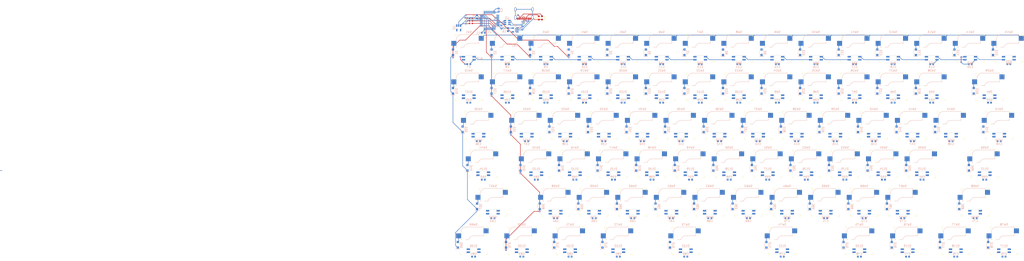
<source format=kicad_pcb>
(kicad_pcb (version 20210424) (generator pcbnew)
  (layers (0 "F.Cu" signal) (31 "B.Cu" signal) (34 "B.Paste" user) (35 "F.Paste" user) (36 "B.SilkS" user "B.Silkscreen") (37 "F.SilkS" user "F.Silkscreen") (38 "B.Mask" user) (39 "F.Mask" user) (44 "Edge.Cuts" user))
  (net 0 "")
  (net 1 "GND")
  (net 2 "+3V3")
  (net 3 "+5V")
  (net 4 "Net-(D1-Pad2)")
  (net 5 "/Keyswitches/COL0")
  (net 6 "Net-(D2-Pad2)")
  (net 7 "/Keyswitches/COL1")
  (net 8 "Net-(D3-Pad2)")
  (net 9 "/Keyswitches/COL2")
  (net 10 "Net-(D4-Pad2)")
  (net 11 "/Keyswitches/COL3")
  (net 12 "Net-(D5-Pad2)")
  (net 13 "/Keyswitches/COL4")
  (net 14 "Net-(D6-Pad2)")
  (net 15 "/Keyswitches/COL5")
  (net 16 "Net-(D7-Pad2)")
  (net 17 "/Keyswitches/COL6")
  (net 18 "Net-(D8-Pad2)")
  (net 19 "/Keyswitches/COL7")
  (net 20 "Net-(D9-Pad2)")
  (net 21 "/Keyswitches/COL8")
  (net 22 "Net-(D10-Pad2)")
  (net 23 "/Keyswitches/COL9")
  (net 24 "Net-(D11-Pad2)")
  (net 25 "/Keyswitches/COL10")
  (net 26 "Net-(D12-Pad2)")
  (net 27 "/Keyswitches/COL11")
  (net 28 "Net-(D13-Pad2)")
  (net 29 "/Keyswitches/COL12")
  (net 30 "Net-(D14-Pad2)")
  (net 31 "/Keyswitches/COL13")
  (net 32 "Net-(D15-Pad2)")
  (net 33 "/Keyswitches/COL14")
  (net 34 "Net-(D16-Pad2)")
  (net 35 "Net-(D17-Pad2)")
  (net 36 "Net-(D18-Pad2)")
  (net 37 "Net-(D19-Pad2)")
  (net 38 "Net-(D20-Pad2)")
  (net 39 "Net-(D21-Pad2)")
  (net 40 "Net-(D22-Pad2)")
  (net 41 "Net-(D23-Pad2)")
  (net 42 "Net-(D24-Pad2)")
  (net 43 "Net-(D25-Pad2)")
  (net 44 "Net-(D26-Pad2)")
  (net 45 "Net-(D27-Pad2)")
  (net 46 "Net-(D28-Pad2)")
  (net 47 "Net-(D29-Pad2)")
  (net 48 "Net-(D30-Pad2)")
  (net 49 "Net-(D31-Pad2)")
  (net 50 "Net-(D32-Pad2)")
  (net 51 "Net-(D33-Pad2)")
  (net 52 "Net-(D34-Pad2)")
  (net 53 "Net-(D35-Pad2)")
  (net 54 "Net-(D36-Pad2)")
  (net 55 "Net-(D37-Pad2)")
  (net 56 "Net-(D38-Pad2)")
  (net 57 "Net-(D39-Pad2)")
  (net 58 "Net-(D40-Pad2)")
  (net 59 "Net-(D41-Pad2)")
  (net 60 "Net-(D42-Pad2)")
  (net 61 "Net-(D43-Pad2)")
  (net 62 "Net-(D44-Pad2)")
  (net 63 "Net-(D45-Pad2)")
  (net 64 "Net-(D46-Pad2)")
  (net 65 "Net-(D47-Pad2)")
  (net 66 "Net-(D48-Pad2)")
  (net 67 "Net-(D49-Pad2)")
  (net 68 "Net-(D50-Pad2)")
  (net 69 "Net-(D51-Pad2)")
  (net 70 "Net-(D52-Pad2)")
  (net 71 "Net-(D53-Pad2)")
  (net 72 "Net-(D54-Pad2)")
  (net 73 "Net-(D55-Pad2)")
  (net 74 "Net-(D56-Pad2)")
  (net 75 "Net-(D57-Pad2)")
  (net 76 "Net-(D58-Pad2)")
  (net 77 "Net-(D59-Pad2)")
  (net 78 "Net-(D60-Pad2)")
  (net 79 "Net-(D61-Pad2)")
  (net 80 "Net-(D62-Pad2)")
  (net 81 "Net-(D63-Pad2)")
  (net 82 "Net-(D64-Pad2)")
  (net 83 "Net-(D65-Pad2)")
  (net 84 "Net-(D66-Pad2)")
  (net 85 "Net-(D67-Pad2)")
  (net 86 "Net-(D68-Pad2)")
  (net 87 "Net-(D69-Pad2)")
  (net 88 "Net-(D70-Pad2)")
  (net 89 "Net-(D71-Pad2)")
  (net 90 "Net-(D72-Pad2)")
  (net 91 "Net-(D73-Pad2)")
  (net 92 "Net-(D74-Pad2)")
  (net 93 "Net-(D75-Pad2)")
  (net 94 "Net-(D76-Pad2)")
  (net 95 "Net-(D77-Pad2)")
  (net 96 "Net-(D78-Pad2)")
  (net 97 "/Row 0/LED_IN")
  (net 98 "Net-(D79-Pad2)")
  (net 99 "Net-(D80-Pad2)")
  (net 100 "Net-(D81-Pad2)")
  (net 101 "Net-(D82-Pad2)")
  (net 102 "Net-(D83-Pad2)")
  (net 103 "Net-(D84-Pad2)")
  (net 104 "Net-(D85-Pad2)")
  (net 105 "Net-(D86-Pad2)")
  (net 106 "Net-(D87-Pad2)")
  (net 107 "Net-(D88-Pad2)")
  (net 108 "Net-(D89-Pad2)")
  (net 109 "Net-(D90-Pad2)")
  (net 110 "Net-(D91-Pad2)")
  (net 111 "/Row 0/LED_OUT")
  (net 112 "Net-(D94-Pad2)")
  (net 113 "Net-(D95-Pad2)")
  (net 114 "Net-(D96-Pad2)")
  (net 115 "Net-(D97-Pad2)")
  (net 116 "Net-(D98-Pad2)")
  (net 117 "Net-(D100-Pad4)")
  (net 118 "Net-(D100-Pad2)")
  (net 119 "Net-(D101-Pad2)")
  (net 120 "Net-(D102-Pad2)")
  (net 121 "Net-(D103-Pad2)")
  (net 122 "Net-(D104-Pad2)")
  (net 123 "Net-(D105-Pad2)")
  (net 124 "Net-(D106-Pad2)")
  (net 125 "/Row 1/LED_OUT")
  (net 126 "Net-(D109-Pad2)")
  (net 127 "Net-(D110-Pad2)")
  (net 128 "Net-(D111-Pad2)")
  (net 129 "Net-(D112-Pad2)")
  (net 130 "Net-(D113-Pad2)")
  (net 131 "Net-(D114-Pad2)")
  (net 132 "Net-(D115-Pad2)")
  (net 133 "Net-(D116-Pad2)")
  (net 134 "Net-(D117-Pad2)")
  (net 135 "Net-(D118-Pad2)")
  (net 136 "Net-(D119-Pad2)")
  (net 137 "Net-(D120-Pad2)")
  (net 138 "/Row 2/LED_OUT")
  (net 139 "Net-(D124-Pad2)")
  (net 140 "Net-(D125-Pad2)")
  (net 141 "Net-(D126-Pad2)")
  (net 142 "Net-(D127-Pad2)")
  (net 143 "Net-(D128-Pad2)")
  (net 144 "Net-(D129-Pad2)")
  (net 145 "Net-(D130-Pad2)")
  (net 146 "Net-(D131-Pad2)")
  (net 147 "Net-(D132-Pad2)")
  (net 148 "Net-(D133-Pad2)")
  (net 149 "Net-(D135-Pad2)")
  (net 150 "/Row 3/LED_OUT")
  (net 151 "Net-(D139-Pad2)")
  (net 152 "Net-(D140-Pad2)")
  (net 153 "Net-(D141-Pad2)")
  (net 154 "Net-(D142-Pad2)")
  (net 155 "Net-(D143-Pad2)")
  (net 156 "Net-(D144-Pad2)")
  (net 157 "Net-(D145-Pad2)")
  (net 158 "Net-(D147-Pad2)")
  (net 159 "Net-(D148-Pad2)")
  (net 160 "Net-(D149-Pad2)")
  (net 161 "/Row 4/LED_OUT")
  (net 162 "Net-(D154-Pad2)")
  (net 163 "Net-(D155-Pad2)")
  (net 164 "Net-(J1-PadA5)")
  (net 165 "Net-(J1-PadB5)")
  (net 166 "/SWO")
  (net 167 "/SWCLK")
  (net 168 "/~RESET")
  (net 169 "/SWDIO")
  (net 170 "/Keyswitches/ROW0")
  (net 171 "/Keyswitches/ROW1")
  (net 172 "/Keyswitches/ROW2")
  (net 173 "/Keyswitches/ROW3")
  (net 174 "/Keyswitches/ROW4")
  (net 175 "/Keyswitches/ROW5")
  (net 176 "/USB_D+")
  (net 177 "/USB_D-")
  (net 178 "/MCU_DOUT")
  (net 179 "Net-(D153-Pad2)")
  (net 180 "Net-(D122-Pad2)")
  (net 181 "Net-(D123-Pad2)")
  (net 182 "Net-(D136-Pad2)")
  (net 183 "Net-(D137-Pad2)")
  (net 184 "Net-(D138-Pad2)")
  (net 185 "Net-(D150-Pad2)")
  (net 186 "Net-(D151-Pad2)")
  (net 187 "Net-(D152-Pad2)")
  (net 188 "/C_D+")
  (net 189 "/C_D-")
  (footprint "keyswitches:Kailh_socket_MX" (layer "F.Cu") (at 256 100)
    (fp_text reference "SW9")
    (fp_text value "SW_Push_45deg")
  )
  (footprint "keyswitches:Kailh_socket_MX" (layer "F.Cu") (at 275.5 119.5)
    (fp_text reference "SW25")
    (fp_text value "SW_Push_45deg")
  )
  (footprint "keyswitches:Kailh_socket_MX" (layer "F.Cu") (at 343.75 139)
    (fp_text reference "SW42")
    (fp_text value "SW_Push_45deg")
  )
  (footprint "keyswitches:Kailh_socket_MX" (layer "F.Cu") (at 158.5 100)
    (fp_text reference "SW4")
    (fp_text value "SW_Push_45deg")
  )
  (footprint "keyswitches:Kailh_socket_MX" (layer "F.Cu") (at 260.875 178)
    (fp_text reference "SW64")
    (fp_text value "SW_Push_45deg")
  )
  (footprint "keyswitches:Kailh_socket_MX" (layer "F.Cu") (at 173.125 158.5)
    (fp_text reference "SW47")
    (fp_text value "SW_Push_45deg")
  )
  (footprint "keyswitches:Kailh_socket_MX" (layer "F.Cu") (at 119.5 119.5)
    (fp_text reference "SW17")
    (fp_text value "SW_Push_45deg")
  )
  (footprint "keyswitches:Kailh_socket_MX" (layer "F.Cu") (at 168.25 139)
    (fp_text reference "SW33")
    (fp_text value "SW_Push_45deg")
  )
  (footprint "keyswitches:Kailh_socket_MX" (layer "F.Cu") (at 258.4375 197.5)
    (fp_text reference "SW74")
    (fp_text value "SW_Push_45deg")
  )
  (footprint "keyswitches:Kailh_socket_MX" (layer "F.Cu") (at 231.625 158.5)
    (fp_text reference "SW50")
    (fp_text value "SW_Push_45deg")
  )
  (footprint "keyswitches:Kailh_socket_MX" (layer "F.Cu") (at 207.25 139)
    (fp_text reference "SW35")
    (fp_text value "SW_Push_45deg")
  )
  (footprint "keyswitches:Kailh_socket_MX" (layer "F.Cu") (at 187.75 139)
    (fp_text reference "SW34")
    (fp_text value "SW_Push_45deg")
  )
  (footprint "keyswitches:Kailh_socket_MX" (layer "F.Cu") (at 346.1875 197.5)
    (fp_text reference "SW77")
    (fp_text value "SW_Push_45deg")
  )
  (footprint "keyswitches:Kailh_socket_MX" (layer "F.Cu") (at 209.6875 197.5)
    (fp_text reference "SW73")
    (fp_text value "SW_Push_45deg")
  )
  (footprint "keyswitches:Kailh_socket_MX" (layer "F.Cu") (at 360.8125 158.5)
    (fp_text reference "SW56")
    (fp_text value "SW_Push_45deg")
  )
  (footprint "keyswitches:Kailh_socket_MX" (layer "F.Cu") (at 280.375 178)
    (fp_text reference "SW65")
    (fp_text value "SW_Push_45deg")
  )
  (footprint "keyswitches:Kailh_socket_MX" (layer "F.Cu") (at 314.5 100)
    (fp_text reference "SW12")
    (fp_text value "SW_Push_45deg")
  )
  (footprint "keyswitches:Kailh_socket_MX" (layer "F.Cu") (at 100 100)
    (fp_text reference "SW1")
    (fp_text value "SW_Push_45deg")
  )
  (footprint "Connector:Tag-Connect_TC2030-IDC-NL_2x03_P1.27mm_Vertical" (layer "F.Cu") (at 101.1 86.1 -90)
    (fp_text reference "J2")
    (fp_text value "TC2030_SWD")
  )
  (footprint "keyswitches:Kailh_socket_MX" (layer "F.Cu") (at 192.625 158.5)
    (fp_text reference "SW48")
    (fp_text value "SW_Push_45deg")
  )
  (footprint "keyswitches:Kailh_socket_MX" (layer "F.Cu") (at 163.375 178)
    (fp_text reference "SW59")
    (fp_text value "SW_Push_45deg")
  )
  (footprint "keyswitches:Kailh_socket_MX" (layer "F.Cu") (at 197.5 100)
    (fp_text reference "SW6")
    (fp_text value "SW_Push_45deg")
  )
  (footprint "keyswitches:Kailh_socket_MX" (layer "F.Cu") (at 107.3125 158.5)
    (fp_text reference "SW44")
    (fp_text value "SW_Push_45deg")
  )
  (footprint "keyswitches:Kailh_socket_MX" (layer "F.Cu") (at 217 119.5)
    (fp_text reference "SW22")
    (fp_text value "SW_Push_45deg")
  )
  (footprint "keyswitches:Kailh_socket_MX" (layer "F.Cu") (at 104.875 139)
    (fp_text reference "SW30")
    (fp_text value "SW_Push_45deg")
  )
  (footprint "keyswitches:Kailh_socket_MX" (layer "F.Cu") (at 112.1875 178)
    (fp_text reference "SW57")
    (fp_text value "SW_Push_45deg")
  )
  (footprint "keyswitches:Kailh_socket_MX" (layer "F.Cu") (at 285.25 139)
    (fp_text reference "SW39")
    (fp_text value "SW_Push_45deg")
  )
  (footprint "keyswitches:Kailh_socket_MX" (layer "F.Cu") (at 246.25 139)
    (fp_text reference "SW37")
    (fp_text value "SW_Push_45deg")
  )
  (footprint "keyswitches:Kailh_socket_MX" (layer "F.Cu") (at 329.125 158.5)
    (fp_text reference "SW55")
    (fp_text value "SW_Push_45deg")
  )
  (footprint "keyswitches:Kailh_socket_MX" (layer "F.Cu") (at 373 100)
    (fp_text reference "SW15")
    (fp_text value "SW_Push_45deg")
  )
  (footprint "keyswitches:Kailh_socket_MX" (layer "F.Cu") (at 221.875 178)
    (fp_text reference "SW62")
    (fp_text value "SW_Push_45deg")
  )
  (footprint "keyswitches:Kailh_socket_MX" (layer "F.Cu") (at 241.375 178)
    (fp_text reference "SW63")
    (fp_text value "SW_Push_45deg")
  )
  (footprint "keyswitches:Kailh_socket_MX" (layer "F.Cu") (at 319.375 178)
    (fp_text reference "SW67")
    (fp_text value "SW_Push_45deg")
  )
  (footprint "keyswitches:Kailh_socket_MX" (layer "F.Cu") (at 265.75 139)
    (fp_text reference "SW38")
    (fp_text value "SW_Push_45deg")
  )
  (footprint "keyswitches:Kailh_socket_MX" (layer "F.Cu") (at 299.875 178)
    (fp_text reference "SW66")
    (fp_text value "SW_Push_45deg")
  )
  (footprint "keyswitches:Kailh_socket_MX" (layer "F.Cu") (at 148.75 139)
    (fp_text reference "SW32")
    (fp_text value "SW_Push_45deg")
  )
  (footprint "keyswitches:Kailh_socket_MX" (layer "F.Cu") (at 314.5 119.5)
    (fp_text reference "SW27")
    (fp_text value "SW_Push_45deg")
  )
  (footprint "keyswitches:Kailh_socket_MX" (layer "F.Cu") (at 355.9375 178)
    (fp_text reference "SW68")
    (fp_text value "SW_Push_45deg")
  )
  (footprint "keyswitches:Kailh_socket_MX" (layer "F.Cu") (at 324.25 139)
    (fp_text reference "SW41")
    (fp_text value "SW_Push_45deg")
  )
  (footprint "Resistor_SMD:R_0603_1608Metric" (layer "F.Cu") (at 137 84.6 -90)
    (fp_text reference "R2")
    (fp_text value "5.1kΩ")
  )
  (footprint "keyswitches:Kailh_socket_MX" (layer "F.Cu") (at 202.375 178)
    (fp_text reference "SW61")
    (fp_text value "SW_Push_45deg")
  )
  (footprint "keyswitches:Kailh_socket_MX" (layer "F.Cu") (at 295 100)
    (fp_text reference "SW11")
    (fp_text value "SW_Push_45deg")
  )
  (footprint "keyswitches:Kailh_socket_MX" (layer "F.Cu") (at 197.5 119.5)
    (fp_text reference "SW21")
    (fp_text value "SW_Push_45deg")
  )
  (footprint "keyswitches:Kailh_socket_MX" (layer "F.Cu") (at 178 100)
    (fp_text reference "SW5")
    (fp_text value "SW_Push_45deg")
  )
  (footprint "keyswitches:Kailh_socket_MX" (layer "F.Cu") (at 134.125 158.5)
    (fp_text reference "SW45")
    (fp_text value "SW_Push_45deg")
  )
  (footprint "keyswitches:Kailh_socket_MX" (layer "F.Cu") (at 295 119.5)
    (fp_text reference "SW26")
    (fp_text value "SW_Push_45deg")
  )
  (footprint "keyswitches:Kailh_socket_MX" (layer "F.Cu") (at 158.5 119.5)
    (fp_text reference "SW19")
    (fp_text value "SW_Push_45deg")
  )
  (footprint "keyswitches:Kailh_socket_MX" (layer "F.Cu") (at 309.625 158.5)
    (fp_text reference "SW54")
    (fp_text value "SW_Push_45deg")
  )
  (footprint "keyswitches:Kailh_socket_MX" (layer "F.Cu") (at 143.875 178)
    (fp_text reference "SW58")
    (fp_text value "SW_Push_45deg")
  )
  (footprint "keyswitches:Kailh_socket_MX" (layer "F.Cu") (at 151.1875 197.5)
    (fp_text reference "SW71")
    (fp_text value "SW_Push_45deg")
  )
  (footprint "keyswitches:Kailh_socket_MX" (layer "F.Cu") (at 212.125 158.5)
    (fp_text reference "SW49")
    (fp_text value "SW_Push_45deg")
  )
  (footprint "keyswitches:Kailh_socket_MX" (layer "F.Cu") (at 321.8125 197.5)
    (fp_text reference "SW76")
    (fp_text value "SW_Push_45deg")
  )
  (footprint "Resistor_SMD:R_0603_1608Metric" (layer "F.Cu") (at 135.4 84.6 -90)
    (fp_text reference "R1")
    (fp_text value "5.1kΩ")
  )
  (footprint "keyswitches:Kailh_socket_MX" (layer "F.Cu") (at 334 119.5)
    (fp_text reference "SW28")
    (fp_text value "SW_Push_45deg")
  )
  (footprint "keyswitches:Kailh_socket_MX" (layer "F.Cu") (at 297.4375 197.5)
    (fp_text reference "SW75")
    (fp_text value "SW_Push_45deg")
  )
  (footprint "keyswitches:Kailh_socket_MX" (layer "F.Cu") (at 102.4375 197.5)
    (fp_text reference "SW69")
    (fp_text value "SW_Push_45deg")
  )
  (footprint "keyswitches:Kailh_socket_MX" (layer "F.Cu") (at 334 100)
    (fp_text reference "SW13")
    (fp_text value "SW_Push_45deg")
  )
  (footprint "keyswitches:Kailh_socket_MX" (layer "F.Cu") (at 139 119.5)
    (fp_text reference "SW18")
    (fp_text value "SW_Push_45deg")
  )
  (footprint "keyswitches:Kailh_socket_MX" (layer "F.Cu") (at 175.5625 197.5)
    (fp_text reference "SW72")
    (fp_text value "SW_Push_45deg")
  )
  (footprint "keyswitches:Kailh_socket_MX" (layer "F.Cu") (at 251.125 158.5)
    (fp_text reference "SW51")
    (fp_text value "SW_Push_45deg")
  )
  (footprint "keyswitches:Kailh_socket_MX" (layer "F.Cu") (at 290.125 158.5)
    (fp_text reference "SW53")
    (fp_text value "SW_Push_45deg")
  )
  (footprint "keyswitches:Kailh_socket_MX" (layer "F.Cu") (at 119.5 100)
    (fp_text reference "SW2")
    (fp_text value "SW_Push_45deg")
  )
  (footprint "keyswitches:Kailh_socket_MX" (layer "F.Cu") (at 129.25 139)
    (fp_text reference "SW31")
    (fp_text value "SW_Push_45deg")
  )
  (footprint "keyswitches:Kailh_socket_MX" (layer "F.Cu") (at 236.5 100)
    (fp_text reference "SW8")
    (fp_text value "SW_Push_45deg")
  )
  (footprint "keyswitches:Kailh_socket_MX" (layer "F.Cu") (at 153.625 158.5)
    (fp_text reference "SW46")
    (fp_text value "SW_Push_45deg")
  )
  (footprint "keyswitches:Kailh_socket_MX" (layer "F.Cu") (at 363.25 119.5)
    (fp_text reference "SW29")
    (fp_text value "SW_Push_45deg")
  )
  (footprint "keyswitches:Kailh_socket_MX" (layer "F.Cu") (at 275.5 100)
    (fp_text reference "SW10")
    (fp_text value "SW_Push_45deg")
  )
  (footprint "keyswitches:Kailh_socket_MX" (layer "F.Cu") (at 270.625 158.5)
    (fp_text reference "SW52")
    (fp_text value "SW_Push_45deg")
  )
  (footprint "keyswitches:Kailh_socket_MX" (layer "F.Cu") (at 178 119.5)
    (fp_text reference "SW20")
    (fp_text value "SW_Push_45deg")
  )
  (footprint "chonc60:USB_C_Receptacle_JING_C167321" (layer "F.Cu") (at 127.9 81.3 180)
    (fp_text reference "J1")
    (fp_text value "USB_C_Receptacle_USB2.0")
  )
  (footprint "keyswitches:Kailh_socket_MX" (layer "F.Cu") (at 236.5 119.5)
    (fp_text reference "SW23")
    (fp_text value "SW_Push_45deg")
  )
  (footprint "keyswitches:Kailh_socket_MX" (layer "F.Cu") (at 226.75 139)
    (fp_text reference "SW36")
    (fp_text value "SW_Push_45deg")
  )
  (footprint "keyswitches:Kailh_socket_MX" (layer "F.Cu") (at 100 119.5)
    (fp_text reference "SW16")
    (fp_text value "SW_Push_45deg")
  )
  (footprint "keyswitches:Kailh_socket_MX" (layer "F.Cu") (at 139 100)
    (fp_text reference "SW3")
    (fp_text value "SW_Push_45deg")
  )
  (footprint "keyswitches:Kailh_socket_MX" (layer "F.Cu") (at 217 100)
    (fp_text reference "SW7")
    (fp_text value "SW_Push_45deg")
  )
  (footprint "keyswitches:Kailh_socket_MX" (layer "F.Cu") (at 304.75 139)
    (fp_text reference "SW40")
    (fp_text value "SW_Push_45deg")
  )
  (footprint "keyswitches:Kailh_socket_MX" (layer "F.Cu") (at 256 119.5)
    (fp_text reference "SW24")
    (fp_text value "SW_Push_45deg")
  )
  (footprint "keyswitches:Kailh_socket_MX" (layer "F.Cu") (at 368.125 139)
    (fp_text reference "SW43")
    (fp_text value "SW_Push_45deg")
  )
  (footprint "keyswitches:Kailh_socket_MX" (layer "F.Cu") (at 126.8125 197.5)
    (fp_text reference "SW70")
    (fp_text value "SW_Push_45deg")
  )
  (footprint "keyswitches:Kailh_socket_MX" (layer "F.Cu") (at 370.5625 197.5)
    (fp_text reference "SW78")
    (fp_text value "SW_Push_45deg")
  )
  (footprint "keyswitches:Kailh_socket_MX" (layer "F.Cu") (at 353.5 100)
    (fp_text reference "SW14")
    (fp_text value "SW_Push_45deg")
  )
  (footprint "keyswitches:Kailh_socket_MX" (layer "F.Cu") (at 182.875 178)
    (fp_text reference "SW60")
    (fp_text value "SW_Push_45deg")
  )
  (footprint "chonc60:LED_SK6812_MINI_E_REVERSE" (layer "B.Cu") (at 236.5 124.5 180)
    (fp_text reference "D100")
    (fp_text value "SK6812MINI-E")
    (fp_rect (start -1.65 1.45) (end 1.65 -1.45) (layer "Edge.Cuts") (width 0.1) (fill none))
  )
  (footprint "chonc60:LED_SK6812_MINI_E_REVERSE" (layer "B.Cu") (at 226.75 144)
    (fp_text reference "D114")
    (fp_text value "SK6812MINI-E")
    (fp_rect (start -1.65 1.45) (end 1.65 -1.45) (layer "Edge.Cuts") (width 0.1) (fill none))
  )
  (footprint "Diode_SMD:D_SOD-123F" (layer "B.Cu") (at 326 121.5 90)
    (fp_text reference "D28")
    (fp_text value "D_Small")
  )
  (footprint "Diode_SMD:D_SOD-123F" (layer "B.Cu") (at 291.875 180 90)
    (fp_text reference "D66")
    (fp_text value "D_Small")
  )
  (footprint "Capacitor_SMD:C_0603_1608Metric" (layer "B.Cu") (at 346.1875 205.5 180)
    (fp_text reference "C76")
    (fp_text value "100nF")
  )
  (footprint "Capacitor_SMD:C_0603_1608Metric" (layer "B.Cu") (at 100 108)
    (fp_text reference "C7")
    (fp_text value "100nF")
  )
  (footprint "Diode_SMD:D_SOD-123F" (layer "B.Cu") (at 355.25 121.5 90)
    (fp_text reference "D29")
    (fp_text value "D_Small")
  )
  (footprint "chonc60:LED_SK6812_MINI_E_REVERSE" (layer "B.Cu") (at 209.6875 202.5 180)
    (fp_text reference "D152")
    (fp_text value "SK6812MINI-E")
    (fp_rect (start -1.65 1.45) (end 1.65 -1.45) (layer "Edge.Cuts") (width 0.1) (fill none))
  )
  (footprint "Diode_SMD:D_SOD-123F" (layer "B.Cu") (at 170 121.5 90)
    (fp_text reference "D20")
    (fp_text value "D_Small")
  )
  (footprint "Diode_SMD:D_SOD-123F" (layer "B.Cu") (at 321.125 160.5 90)
    (fp_text reference "D55")
    (fp_text value "D_Small")
  )
  (footprint "Diode_SMD:D_SOD-123F" (layer "B.Cu") (at 277.25 141 90)
    (fp_text reference "D39")
    (fp_text value "D_Small")
  )
  (footprint "Capacitor_SMD:C_0603_1608Metric" (layer "B.Cu") (at 212.125 166.5 180)
    (fp_text reference "C57")
    (fp_text value "100nF")
  )
  (footprint "Diode_SMD:D_SOD-123F" (layer "B.Cu") (at 238.25 141 90)
    (fp_text reference "D37")
    (fp_text value "D_Small")
  )
  (footprint "Capacitor_SMD:C_0603_1608Metric" (layer "B.Cu") (at 178 108)
    (fp_text reference "C11")
    (fp_text value "100nF")
  )
  (footprint "chonc60:LED_SK6812_MINI_E_REVERSE" (layer "B.Cu") (at 104.875 144)
    (fp_text reference "D108")
    (fp_text value "SK6812MINI-E")
    (fp_rect (start -1.65 1.45) (end 1.65 -1.45) (layer "Edge.Cuts") (width 0.1) (fill none))
  )
  (footprint "chonc60:LED_SK6812_MINI_E_REVERSE" (layer "B.Cu") (at 173.125 163.5 180)
    (fp_text reference "D131")
    (fp_text value "SK6812MINI-E")
    (fp_rect (start -1.65 1.45) (end 1.65 -1.45) (layer "Edge.Cuts") (width 0.1) (fill none))
  )
  (footprint "Capacitor_SMD:C_0603_1608Metric" (layer "B.Cu") (at 187.75 147)
    (fp_text reference "C40")
    (fp_text value "100nF")
  )
  (footprint "chonc60:LED_SK6812_MINI_E_REVERSE" (layer "B.Cu") (at 175.5625 202.5 180)
    (fp_text reference "D153")
    (fp_text value "SK6812MINI-E")
    (fp_rect (start -1.65 1.45) (end 1.65 -1.45) (layer "Edge.Cuts") (width 0.1) (fill none))
  )
  (footprint "Capacitor_SMD:C_0603_1608Metric" (layer "B.Cu") (at 280.375 186)
    (fp_text reference "C71")
    (fp_text value "100nF")
  )
  (footprint "chonc60:LED_SK6812_MINI_E_REVERSE" (layer "B.Cu") (at 139 124.5 180)
    (fp_text reference "D105")
    (fp_text value "SK6812MINI-E")
    (fp_rect (start -1.65 1.45) (end 1.65 -1.45) (layer "Edge.Cuts") (width 0.1) (fill none))
  )
  (footprint "Diode_SMD:D_SOD-123F" (layer "B.Cu") (at 311.375 180 90)
    (fp_text reference "D67")
    (fp_text value "D_Small")
  )
  (footprint "chonc60:LED_SK6812_MINI_E_REVERSE" (layer "B.Cu") (at 134.125 163.5 180)
    (fp_text reference "D133")
    (fp_text value "SK6812MINI-E")
    (fp_rect (start -1.65 1.45) (end 1.65 -1.45) (layer "Edge.Cuts") (width 0.1) (fill none))
  )
  (footprint "Diode_SMD:D_SOD-123F" (layer "B.Cu") (at 160.25 141 90)
    (fp_text reference "D33")
    (fp_text value "D_Small")
  )
  (footprint "Capacitor_SMD:C_0603_1608Metric" (layer "B.Cu") (at 265.75 147)
    (fp_text reference "C44")
    (fp_text value "100nF")
  )
  (footprint "Capacitor_SMD:C_0603_1608Metric" (layer "B.Cu") (at 363.25 127.5 180)
    (fp_text reference "C22")
    (fp_text value "100nF")
  )
  (footprint "Diode_SMD:D_SOD-123F" (layer "B.Cu") (at 306.5 102 90)
    (fp_text reference "D12")
    (fp_text value "D_Small")
  )
  (footprint "chonc60:LED_SK6812_MINI_E_REVERSE" (layer "B.Cu") (at 270.625 163.5 180)
    (fp_text reference "D126")
    (fp_text value "SK6812MINI-E")
    (fp_rect (start -1.65 1.45) (end 1.65 -1.45) (layer "Edge.Cuts") (width 0.1) (fill none))
  )
  (footprint "chonc60:LED_SK6812_MINI_E_REVERSE" (layer "B.Cu") (at 217 105)
    (fp_text reference "D85")
    (fp_text value "SK6812MINI-E")
    (fp_rect (start -1.65 1.45) (end 1.65 -1.45) (layer "Edge.Cuts") (width 0.1) (fill none))
  )
  (footprint "Diode_SMD:D_SOD-123F" (layer "B.Cu") (at 316.25 141 90)
    (fp_text reference "D41")
    (fp_text value "D_Small")
  )
  (footprint "Diode_SMD:D_SOD-123F" (layer "B.Cu") (at 111.5 102 90)
    (fp_text reference "D2")
    (fp_text value "D_Small")
  )
  (footprint "Diode_SMD:D_SOD-123F" (layer "B.Cu") (at 228.5 121.5 90)
    (fp_text reference "D23")
    (fp_text value "D_Small")
  )
  (footprint "Diode_SMD:D_SOD-123F" (layer "B.Cu") (at 94.4375 199.5 90)
    (fp_text reference "D69")
    (fp_text value "D_Small")
  )
  (footprint "chonc60:LED_SK6812_MINI_E_REVERSE" (layer "B.Cu") (at 258.4375 202.5 180)
    (fp_text reference "D151")
    (fp_text value "SK6812MINI-E")
    (fp_rect (start -1.65 1.45) (end 1.65 -1.45) (layer "Edge.Cuts") (width 0.1) (fill none))
  )
  (footprint "Capacitor_SMD:C_0603_1608Metric" (layer "B.Cu") (at 258.4375 205.5 180)
    (fp_text reference "C79")
    (fp_text value "100nF")
  )
  (footprint "chonc60:LED_SK6812_MINI_E_REVERSE" (layer "B.Cu") (at 290.125 163.5 180)
    (fp_text reference "D125")
    (fp_text value "SK6812MINI-E")
    (fp_rect (start -1.65 1.45) (end 1.65 -1.45) (layer "Edge.Cuts") (width 0.1) (fill none))
  )
  (footprint "chonc60:LED_SK6812_MINI_E_REVERSE" (layer "B.Cu") (at 256 105)
    (fp_text reference "D87")
    (fp_text value "SK6812MINI-E")
    (fp_rect (start -1.65 1.45) (end 1.65 -1.45) (layer "Edge.Cuts") (width 0.1) (fill none))
  )
  (footprint "Diode_SMD:D_SOD-123F" (layer "B.Cu") (at 213.875 180 90)
    (fp_text reference "D62")
    (fp_text value "D_Small")
  )
  (footprint "Capacitor_SMD:C_0603_1608Metric" (layer "B.Cu") (at 297.4375 205.5 180)
    (fp_text reference "C78")
    (fp_text value "100nF")
  )
  (footprint "Diode_SMD:D_SOD-123F" (layer "B.Cu") (at 248 121.5 90)
    (fp_text reference "D24")
    (fp_text value "D_Small")
  )
  (footprint "Diode_SMD:D_SOD-123F" (layer "B.Cu") (at 155.375 180 90)
    (fp_text reference "D59")
    (fp_text value "D_Small")
  )
  (footprint "Diode_SMD:D_SOD-123F" (layer "B.Cu") (at 104.1875 180 90)
    (fp_text reference "D57")
    (fp_text value "D_Small")
  )
  (footprint "chonc60:LED_SK6812_MINI_E_REVERSE" (layer "B.Cu") (at 197.5 105)
    (fp_text reference "D84")
    (fp_text value "SK6812MINI-E")
    (fp_rect (start -1.65 1.45) (end 1.65 -1.45) (layer "Edge.Cuts") (width 0.1) (fill none))
  )
  (footprint "Diode_SMD:D_SOD-123F" (layer "B.Cu") (at 99.3125 160.5 90)
    (fp_text reference "D44")
    (fp_text value "D_Small")
  )
  (footprint "Capacitor_SMD:C_0603_1608Metric" (layer "B.Cu") (at 119.5 127.5 180)
    (fp_text reference "C34")
    (fp_text value "100nF")
  )
  (footprint "chonc60:LED_SK6812_MINI_E_REVERSE" (layer "B.Cu") (at 275.5 105)
    (fp_text reference "D88")
    (fp_text value "SK6812MINI-E")
    (fp_rect (start -1.65 1.45) (end 1.65 -1.45) (layer "Edge.Cuts") (width 0.1) (fill none))
  )
  (footprint "chonc60:LED_SK6812_MINI_E_REVERSE" (layer "B.Cu") (at 353.5 105)
    (fp_text reference "D92")
    (fp_text value "SK6812MINI-E")
    (fp_rect (start -1.65 1.45) (end 1.65 -1.45) (layer "Edge.Cuts") (width 0.1) (fill none))
  )
  (footprint "chonc60:LED_SK6812_MINI_E_REVERSE" (layer "B.Cu") (at 126.8125 202.5 180)
    (fp_text reference "D155")
    (fp_text value "SK6812MINI-E")
    (fp_rect (start -1.65 1.45) (end 1.65 -1.45) (layer "Edge.Cuts") (width 0.1) (fill none))
  )
  (footprint "Diode_SMD:D_SOD-123F" (layer "B.Cu") (at 250.4375 199.5 90)
    (fp_text reference "D74")
    (fp_text value "D_Small")
  )
  (footprint "Capacitor_SMD:C_0603_1608Metric" (layer "B.Cu") (at 104.875 147)
    (fp_text reference "C36")
    (fp_text value "100nF")
  )
  (footprint "Capacitor_SMD:C_0603_1608Metric" (layer "B.Cu") (at 285.25 147)
    (fp_text reference "C45")
    (fp_text value "100nF")
  )
  (footprint "Diode_SMD:D_SOD-123F" (layer "B.Cu") (at 272.375 180 90)
    (fp_text reference "D65")
    (fp_text value "D_Small")
  )
  (footprint "chonc60:LED_SK6812_MINI_E_REVERSE" (layer "B.Cu") (at 334 105)
    (fp_text reference "D91")
    (fp_text value "SK6812MINI-E")
    (fp_rect (start -1.65 1.45) (end 1.65 -1.45) (layer "Edge.Cuts") (width 0.1) (fill none))
  )
  (footprint "chonc60:LED_SK6812_MINI_E_REVERSE" (layer "B.Cu") (at 119.5 105)
    (fp_text reference "D80")
    (fp_text value "SK6812MINI-E")
    (fp_rect (start -1.65 1.45) (end 1.65 -1.45) (layer "Edge.Cuts") (width 0.1) (fill none))
  )
  (footprint "Diode_SMD:D_SOD-123F" (layer "B.Cu") (at 170 102 90)
    (fp_text reference "D5")
    (fp_text value "D_Small")
  )
  (footprint "chonc60:LED_SK6812_MINI_E_REVERSE" (layer "B.Cu") (at 107.3125 163.5 180)
    (fp_text reference "D134")
    (fp_text value "SK6812MINI-E")
    (fp_rect (start -1.65 1.45) (end 1.65 -1.45) (layer "Edge.Cuts") (width 0.1) (fill none))
  )
  (footprint "Diode_SMD:D_SOD-123F" (layer "B.Cu") (at 267.5 102 90)
    (fp_text reference "D10")
    (fp_text value "D_Small")
  )
  (footprint "Capacitor_SMD:C_0603_1608Metric" (layer "B.Cu") (at 221.875 186)
    (fp_text reference "C68")
    (fp_text value "100nF")
  )
  (footprint "Diode_SMD:D_SOD-123F" (layer "B.Cu") (at 262.625 160.5 90)
    (fp_text reference "D52")
    (fp_text value "D_Small")
  )
  (footprint "Capacitor_SMD:C_0603_1608Metric" (layer "B.Cu") (at 202.375 186)
    (fp_text reference "C67")
    (fp_text value "100nF")
  )
  (footprint "Diode_SMD:D_SOD-123F" (layer "B.Cu") (at 335.75 141 90)
    (fp_text reference "D42")
    (fp_text value "D_Small")
  )
  (footprint "Capacitor_SMD:C_0603_1608Metric" (layer "B.Cu") (at 295 108)
    (fp_text reference "C17")
    (fp_text value "100nF")
  )
  (footprint "Capacitor_SMD:C_0603_1608Metric" (layer "B.Cu") (at 334 108)
    (fp_text reference "C19")
    (fp_text value "100nF")
  )
  (footprint "Capacitor_SMD:C_0603_1608Metric" (layer "B.Cu") (at 163.375 186)
    (fp_text reference "C65")
    (fp_text value "100nF")
  )
  (footprint "Capacitor_SMD:C_0603_1608Metric" (layer "B.Cu") (at 134.125 166.5 180)
    (fp_text reference "C61")
    (fp_text value "100nF")
  )
  (footprint "chonc60:LED_SK6812_MINI_E_REVERSE" (layer "B.Cu") (at 280.375 183)
    (fp_text reference "D143")
    (fp_text value "SK6812MINI-E")
    (fp_rect (start -1.65 1.45) (end 1.65 -1.45) (layer "Edge.Cuts") (width 0.1) (fill none))
  )
  (footprint "Diode_SMD:D_SOD-123F" (layer "B.Cu") (at 118.8125 199.5 90)
    (fp_text reference "D70")
    (fp_text value "D_Small")
  )
  (footprint "chonc60:LED_SK6812_MINI_E_REVERSE" (layer "B.Cu") (at 246.25 144)
    (fp_text reference "D115")
    (fp_text value "SK6812MINI-E")
    (fp_rect (start -1.65 1.45) (end 1.65 -1.45) (layer "Edge.Cuts") (width 0.1) (fill none))
  )
  (footprint "Diode_SMD:D_SOD-123F" (layer "B.Cu") (at 150.5 121.5 90)
    (fp_text reference "D19")
    (fp_text value "D_Small")
  )
  (footprint "Capacitor_SMD:C_0603_1608Metric" (layer "B.Cu") (at 119.8 90.5 -90)
    (fp_text reference "C6")
    (fp_text value "1µF")
  )
  (footprint "Diode_SMD:D_SOD-123F" (layer "B.Cu") (at 233.375 180 90)
    (fp_text reference "D63")
    (fp_text value "D_Small")
  )
  (footprint "chonc60:LED_SK6812_MINI_E_REVERSE" (layer "B.Cu") (at 202.375 183)
    (fp_text reference "D139")
    (fp_text value "SK6812MINI-E")
    (fp_rect (start -1.65 1.45) (end 1.65 -1.45) (layer "Edge.Cuts") (width 0.1) (fill none))
  )
  (footprint "Capacitor_SMD:C_0603_1608Metric" (layer "B.Cu") (at 209.6875 205.5 180)
    (fp_text reference "C80")
    (fp_text value "100nF")
  )
  (footprint "Diode_SMD:D_SOD-123F" (layer "B.Cu") (at 301.625 160.5 90)
    (fp_text reference "D54")
    (fp_text value "D_Small")
  )
  (footprint "chonc60:LED_SK6812_MINI_E_REVERSE" (layer "B.Cu") (at 231.625 163.5 180)
    (fp_text reference "D128")
    (fp_text value "SK6812MINI-E")
    (fp_rect (start -1.65 1.45) (end 1.65 -1.45) (layer "Edge.Cuts") (width 0.1) (fill none))
  )
  (footprint "Diode_SMD:D_SOD-123F" (layer "B.Cu") (at 267.5 121.5 90)
    (fp_text reference "D25")
    (fp_text value "D_Small")
  )
  (footprint "Diode_SMD:D_SOD-123F" (layer "B.Cu") (at 296.75 141 90)
    (fp_text reference "D40")
    (fp_text value "D_Small")
  )
  (footprint "chonc60:LED_SK6812_MINI_E_REVERSE" (layer "B.Cu") (at 319.375 183)
    (fp_text reference "D145")
    (fp_text value "SK6812MINI-E")
    (fp_rect (start -1.65 1.45) (end 1.65 -1.45) (layer "Edge.Cuts") (width 0.1) (fill none))
  )
  (footprint "Diode_SMD:D_SOD-123F" (layer "B.Cu") (at 347.9375 180 90)
    (fp_text reference "D68")
    (fp_text value "D_Small")
  )
  (footprint "Capacitor_SMD:C_0603_1608Metric" (layer "B.Cu") (at 126.8125 205.5 180)
    (fp_text reference "C83")
    (fp_text value "100nF")
  )
  (footprint "Diode_SMD:D_SOD-123F" (layer "B.Cu") (at 209 121.5 90)
    (fp_text reference "D22")
    (fp_text value "D_Small")
  )
  (footprint "Capacitor_SMD:C_0603_1608Metric" (layer "B.Cu") (at 321.8125 205.5 180)
    (fp_text reference "C77")
    (fp_text value "100nF")
  )
  (footprint "Diode_SMD:D_SOD-123F" (layer "B.Cu") (at 111.5 121.5 90)
    (fp_text reference "D17")
    (fp_text value "D_Small")
  )
  (footprint "chonc60:LED_SK6812_MINI_E_REVERSE" (layer "B.Cu") (at 129.25 144)
    (fp_text reference "D109")
    (fp_text value "SK6812MINI-E")
    (fp_rect (start -1.65 1.45) (end 1.65 -1.45) (layer "Edge.Cuts") (width 0.1) (fill none))
  )
  (footprint "Capacitor_SMD:C_0603_1608Metric" (layer "B.Cu") (at 178 127.5 180)
    (fp_text reference "C31")
    (fp_text value "100nF")
  )
  (footprint "Capacitor_SMD:C_0603_1608Metric" (layer "B.Cu") (at 139 108)
    (fp_text reference "C9")
    (fp_text value "100nF")
  )
  (footprint "Capacitor_SMD:C_0603_1608Metric" (layer "B.Cu") (at 314.5 127.5 180)
    (fp_text reference "C24")
    (fp_text value "100nF")
  )
  (footprint "chonc60:LED_SK6812_MINI_E_REVERSE" (layer "B.Cu") (at 102.4375 202.5 180)
    (fp_text reference "D156")
    (fp_text value "SK6812MINI-E")
    (fp_rect (start -1.65 1.45) (end 1.65 -1.45) (layer "Edge.Cuts") (width 0.1) (fill none))
  )
  (footprint "Capacitor_SMD:C_0603_1608Metric" (layer "B.Cu") (at 368.125 147)
    (fp_text reference "C49")
    (fp_text value "100nF")
  )
  (footprint "Capacitor_SMD:C_0603_1608Metric" (layer "B.Cu") (at 299.875 186)
    (fp_text reference "C72")
    (fp_text value "100nF")
  )
  (footprint "Package_TO_SOT_SMD:SOT-23-5" (layer "B.Cu") (at 94.9 89.6 -90)
    (fp_text reference "U2")
    (fp_text value "SN74LV1T34DBV")
  )
  (footprint "chonc60:LED_SK6812_MINI_E_REVERSE" (layer "B.Cu") (at 370.5625 202.5 180)
    (fp_text reference "D147")
    (fp_text value "SK6812MINI-E")
    (fp_rect (start -1.65 1.45) (end 1.65 -1.45) (layer "Edge.Cuts") (width 0.1) (fill none))
  )
  (footprint "chonc60:LED_SK6812_MINI_E_REVERSE" (layer "B.Cu") (at 148.75 144)
    (fp_text reference "D110")
    (fp_text value "SK6812MINI-E")
    (fp_rect (start -1.65 1.45) (end 1.65 -1.45) (layer "Edge.Cuts") (width 0.1) (fill none))
  )
  (footprint "Diode_SMD:D_SOD-123F" (layer "B.Cu") (at 140.75 141 90)
    (fp_text reference "D32")
    (fp_text value "D_Small")
  )
  (footprint "chonc60:LED_SK6812_MINI_E_REVERSE" (layer "B.Cu") (at 119.5 124.5 180)
    (fp_text reference "D106")
    (fp_text value "SK6812MINI-E")
    (fp_rect (start -1.65 1.45) (end 1.65 -1.45) (layer "Edge.Cuts") (width 0.1) (fill none))
  )
  (footprint "Diode_SMD:D_SOD-123F" (layer "B.Cu") (at 167.5625 199.5 90)
    (fp_text reference "D72")
    (fp_text value "D_Small")
  )
  (footprint "Capacitor_SMD:C_0603_1608Metric" (layer "B.Cu") (at 112.1875 186)
    (fp_text reference "C63")
    (fp_text value "100nF")
  )
  (footprint "Capacitor_SMD:C_0603_1608Metric" (layer "B.Cu") (at 295 127.5 180)
    (fp_text reference "C25")
    (fp_text value "100nF")
  )
  (footprint "Capacitor_SMD:C_0603_1608Metric" (layer "B.Cu") (at 129.25 147)
    (fp_text reference "C37")
    (fp_text value "100nF")
  )
  (footprint "chonc60:LED_SK6812_MINI_E_REVERSE" (layer "B.Cu") (at 143.875 183)
    (fp_text reference "D136")
    (fp_text value "SK6812MINI-E")
    (fp_rect (start -1.65 1.45) (end 1.65 -1.45) (layer "Edge.Cuts") (width 0.1) (fill none))
  )
  (footprint "chonc60:LED_SK6812_MINI_E_REVERSE" (layer "B.Cu") (at 297.4375 202.5 180)
    (fp_text reference "D150")
    (fp_text value "SK6812MINI-E")
    (fp_rect (start -1.65 1.45) (end 1.65 -1.45) (layer "Edge.Cuts") (width 0.1) (fill none))
  )
  (footprint "Capacitor_SMD:C_0603_1608Metric" (layer "B.Cu") (at 270.625 166.5 180)
    (fp_text reference "C54")
    (fp_text value "100nF")
  )
  (footprint "Diode_SMD:D_SOD-123F" (layer "B.Cu") (at 365 102 90)
    (fp_text reference "D15")
    (fp_text value "D_Small")
  )
  (footprint "Diode_SMD:D_SOD-123F" (layer "B.Cu") (at 184.625 160.5 90)
    (fp_text reference "D48")
    (fp_text value "D_Small")
  )
  (footprint "Diode_SMD:D_SOD-123F" (layer "B.Cu") (at 189.5 121.5 90)
    (fp_text reference "D21")
    (fp_text value "D_Small")
  )
  (footprint "chonc60:LED_SK6812_MINI_E_REVERSE" (layer "B.Cu") (at 314.5 124.5 180)
    (fp_text reference "D96")
    (fp_text value "SK6812MINI-E")
    (fp_rect (start -1.65 1.45) (end 1.65 -1.45) (layer "Edge.Cuts") (width 0.1) (fill none))
  )
  (footprint "Capacitor_SMD:C_0603_1608Metric" (layer "B.Cu") (at 207.25 147)
    (fp_text reference "C41")
    (fp_text value "100nF")
  )
  (footprint "chonc60:LED_SK6812_MINI_E_REVERSE" (layer "B.Cu") (at 373 105)
    (fp_text reference "D93")
    (fp_text value "SK6812MINI-E")
    (fp_rect (start -1.65 1.45) (end 1.65 -1.45) (layer "Edge.Cuts") (width 0.1) (fill none))
  )
  (footprint "Capacitor_SMD:C_0603_1608Metric" (layer "B.Cu") (at 100 127.5 180)
    (fp_text reference "C35")
    (fp_text value "100nF")
  )
  (footprint "chonc60:LED_SK6812_MINI_E_REVERSE" (layer "B.Cu") (at 368.125 144)
    (fp_text reference "D121")
    (fp_text value "SK6812MINI-E")
    (fp_rect (start -1.65 1.45) (end 1.65 -1.45) (layer "Edge.Cuts") (width 0.1) (fill none))
  )
  (footprint "Diode_SMD:D_SOD-123F" (layer "B.Cu") (at 287 121.5 90)
    (fp_text reference "D26")
    (fp_text value "D_Small")
  )
  (footprint "chonc60:LED_SK6812_MINI_E_REVERSE" (layer "B.Cu") (at 139 105)
    (fp_text reference "D81")
    (fp_text value "SK6812MINI-E")
    (fp_rect (start -1.65 1.45) (end 1.65 -1.45) (layer "Edge.Cuts") (width 0.1) (fill none))
  )
  (footprint "Capacitor_SMD:C_0603_1608Metric" (layer "B.Cu") (at 309.625 166.5 180)
    (fp_text reference "C52")
    (fp_text value "100nF")
  )
  (footprint "Capacitor_SMD:C_0603_1608Metric" (layer "B.Cu") (at 231.625 166.5 180)
    (fp_text reference "C56")
    (fp_text value "100nF")
  )
  (footprint "chonc60:LED_SK6812_MINI_E_REVERSE" (layer "B.Cu") (at 212.125 163.5 180)
    (fp_text reference "D129")
    (fp_text value "SK6812MINI-E")
    (fp_rect (start -1.65 1.45) (end 1.65 -1.45) (layer "Edge.Cuts") (width 0.1) (fill none))
  )
  (footprint "Capacitor_SMD:C_0603_1608Metric" (layer "B.Cu") (at 119.5 108)
    (fp_text reference "C8")
    (fp_text value "100nF")
  )
  (footprint "Diode_SMD:D_SOD-123F" (layer "B.Cu") (at 201.6875 199.5 90)
    (fp_text reference "D73")
    (fp_text value "D_Small")
  )
  (footprint "chonc60:LED_SK6812_MINI_E_REVERSE" (layer "B.Cu") (at 151.1875 202.5 180)
    (fp_text reference "D154")
    (fp_text value "SK6812MINI-E")
    (fp_rect (start -1.65 1.45) (end 1.65 -1.45) (layer "Edge.Cuts") (width 0.1) (fill none))
  )
  (footprint "chonc60:LED_SK6812_MINI_E_REVERSE" (layer "B.Cu") (at 158.5 124.5 180)
    (fp_text reference "D104")
    (fp_text value "SK6812MINI-E")
    (fp_rect (start -1.65 1.45) (end 1.65 -1.45) (layer "Edge.Cuts") (width 0.1) (fill none))
  )
  (footprint "Capacitor_SMD:C_0603_1608Metric" (layer "B.Cu") (at 256 108)
    (fp_text reference "C15")
    (fp_text value "100nF")
  )
  (footprint "Capacitor_SMD:C_0603_1608Metric" (layer "B.Cu") (at 151.1875 205.5 180)
    (fp_text reference "C82")
    (fp_text value "100nF")
  )
  (footprint "chonc60:LED_SK6812_MINI_E_REVERSE" (layer "B.Cu") (at 324.25 144)
    (fp_text reference "D119")
    (fp_text value "SK6812MINI-E")
    (fp_rect (start -1.65 1.45) (end 1.65 -1.45) (layer "Edge.Cuts") (width 0.1) (fill none))
  )
  (footprint "chonc60:LED_SK6812_MINI_E_REVERSE" (layer "B.Cu") (at 346.1875 202.5 180)
    (fp_text reference "D148")
    (fp_text value "SK6812MINI-E")
    (fp_rect (start -1.65 1.45) (end 1.65 -1.45) (layer "Edge.Cuts") (width 0.1) (fill none))
  )
  (footprint "Diode_SMD:D_SOD-123F" (layer "B.Cu") (at 252.875 180 90)
    (fp_text reference "D64")
    (fp_text value "D_Small")
  )
  (footprint "Diode_SMD:D_SOD-123F" (layer "B.Cu") (at 131 121.5 90)
    (fp_text reference "D18")
    (fp_text value "D_Small")
  )
  (footprint "Diode_SMD:D_SOD-123F" (layer "B.Cu") (at 228.5 102 90)
    (fp_text reference "D8")
    (fp_text value "D_Small")
  )
  (footprint "Capacitor_SMD:C_0603_1608Metric" (layer "B.Cu") (at 127.1 89.7 -90)
    (fp_text reference "C5")
    (fp_text value "1µF")
  )
  (footprint "Diode_SMD:D_SOD-123F" (layer "B.Cu") (at 143.1875 199.5 90)
    (fp_text reference "D71")
    (fp_text value "D_Small")
  )
  (footprint "Diode_SMD:D_SOD-123F" (layer "B.Cu") (at 257.75 141 90)
    (fp_text reference "D38")
    (fp_text value "D_Small")
  )
  (footprint "Capacitor_SMD:C_0603_1608Metric" (layer "B.Cu") (at 319.375 186)
    (fp_text reference "C73")
    (fp_text value "100nF")
  )
  (footprint "Diode_SMD:D_SOD-123F" (layer "B.Cu") (at 96.875 141 90)
    (fp_text reference "D30")
    (fp_text value "D_Small")
  )
  (footprint "Diode_SMD:D_SOD-123F" (layer "B.Cu") (at 165.125 160.5 90)
    (fp_text reference "D47")
    (fp_text value "D_Small")
  )
  (footprint "Capacitor_SMD:C_0603_1608Metric" (layer "B.Cu") (at 370.5625 205.5 180)
    (fp_text reference "C75")
    (fp_text value "100nF")
  )
  (footprint "chonc60:LED_SK6812_MINI_E_REVERSE" (layer "B.Cu") (at 256 124.5 180)
    (fp_text reference "D99")
    (fp_text value "SK6812MINI-E")
    (fp_rect (start -1.65 1.45) (end 1.65 -1.45) (layer "Edge.Cuts") (width 0.1) (fill none))
  )
  (footprint "Capacitor_SMD:C_0603_1608Metric" (layer "B.Cu") (at 197.5 127.5 180)
    (fp_text reference "C30")
    (fp_text value "100nF")
  )
  (footprint "Capacitor_SMD:C_0603_1608Metric" (layer "B.Cu") (at 139 127.5 180)
    (fp_text reference "C33")
    (fp_text value "100nF")
  )
  (footprint "Diode_SMD:D_SOD-123F" (layer "B.Cu") (at 92 121.5 90)
    (fp_text reference "D16")
    (fp_text value "D_Small")
  )
  (footprint "Diode_SMD:D_SOD-123F" (layer "B.Cu") (at 345.5 102 90)
    (fp_text reference "D14")
    (fp_text value "D_Small")
  )
  (footprint "Capacitor_SMD:C_0603_1608Metric" (layer "B.Cu") (at 107.3 92.1)
    (fp_text reference "C1")
    (fp_text value "100nF")
  )
  (footprint "Capacitor_SMD:C_0603_1608Metric" (layer "B.Cu") (at 175.5625 205.5 180)
    (fp_text reference "C81")
    (fp_text value "100nF")
  )
  (footprint "chonc60:LED_SK6812_MINI_E_REVERSE" (layer "B.Cu") (at 321.8125 202.5 180)
    (fp_text reference "D149")
    (fp_text value "SK6812MINI-E")
    (fp_rect (start -1.65 1.45) (end 1.65 -1.45) (layer "Edge.Cuts") (width 0.1) (fill none))
  )
  (footprint "Capacitor_SMD:C_0603_1608Metric" (layer "B.Cu") (at 116.5 89.225 90)
    (fp_text reference "C2")
    (fp_text value "100nF")
  )
  (footprint "Capacitor_SMD:C_0603_1608Metric" (layer "B.Cu") (at 115.1 80.6 90)
    (fp_text reference "C3")
    (fp_text value "100nF")
  )
  (footprint "chonc60:LED_SK6812_MINI_E_REVERSE" (layer "B.Cu") (at 158.5 105)
    (fp_text reference "D82")
    (fp_text value "SK6812MINI-E")
    (fp_rect (start -1.65 1.45) (end 1.65 -1.45) (layer "Edge.Cuts") (width 0.1) (fill none))
  )
  (footprint "Diode_SMD:D_SOD-123F" (layer "B.Cu") (at 218.75 141 90)
    (fp_text reference "D36")
    (fp_text value "D_Small")
  )
  (footprint "Diode_SMD:D_SOD-123F" (layer "B.Cu") (at 135.875 180 90)
    (fp_text reference "D58")
    (fp_text value "D_Small")
  )
  (footprint "Capacitor_SMD:C_0603_1608Metric" (layer "B.Cu") (at 158.5 108)
    (fp_text reference "C10")
    (fp_text value "100nF")
  )
  (footprint "Diode_SMD:D_SOD-123F" (layer "B.Cu") (at 362.5625 199.5 90)
    (fp_text reference "D78")
    (fp_text value "D_Small")
  )
  (footprint "chonc60:LED_SK6812_MINI_E_REVERSE" (layer "B.Cu") (at 355.9375 183)
    (fp_text reference "D146")
    (fp_text value "SK6812MINI-E")
    (fp_rect (start -1.65 1.45) (end 1.65 -1.45) (layer "Edge.Cuts") (width 0.1) (fill none))
  )
  (footprint "Capacitor_SMD:C_0603_1608Metric" (layer "B.Cu") (at 168.25 147)
    (fp_text reference "C39")
    (fp_text value "100nF")
  )
  (footprint "Diode_SMD:D_SOD-123F" (layer "B.Cu") (at 150.5 102 90)
    (fp_text reference "D4")
    (fp_text value "D_Small")
  )
  (footprint "Capacitor_SMD:C_0603_1608Metric" (layer "B.Cu") (at 314.5 108)
    (fp_text reference "C18")
    (fp_text value "100nF")
  )
  (footprint "Package_TO_SOT_SMD:SOT-23-6" (layer "B.Cu") (at 119.4 86.9 180)
    (fp_text reference "U3")
    (fp_text value "WE-TVS-82400102")
  )
  (footprint "Capacitor_SMD:C_0603_1608Metric" (layer "B.Cu") (at 256 127.5 180)
    (fp_text reference "C27")
    (fp_text value "100nF")
  )
  (footprint "chonc60:LED_SK6812_MINI_E_REVERSE" (layer "B.Cu") (at 163.375 183)
    (fp_text reference "D137")
    (fp_text value "SK6812MINI-E")
    (fp_rect (start -1.65 1.45) (end 1.65 -1.45) (layer "Edge.Cuts") (width 0.1) (fill none))
  )
  (footprint "chonc60:LED_SK6812_MINI_E_REVERSE" (layer "B.Cu") (at 178 105)
    (fp_text reference "D83")
    (fp_text value "SK6812MINI-E")
    (fp_rect (start -1.65 1.45) (end 1.65 -1.45) (layer "Edge.Cuts") (width 0.1) (fill none))
  )
  (footprint "chonc60:LED_SK6812_MINI_E_REVERSE" (layer "B.Cu") (at 265.75 144)
    (fp_text reference "D116")
    (fp_text value "SK6812MINI-E")
    (fp_rect (start -1.65 1.45) (end 1.65 -1.45) (layer "Edge.Cuts") (width 0.1) (fill none))
  )
  (footprint "Capacitor_SMD:C_0603_1608Metric" (layer "B.Cu") (at 143.875 186)
    (fp_text reference "C64")
    (fp_text value "100nF")
  )
  (footprint "Diode_SMD:D_SOD-123F" (layer "B.Cu") (at 243.125 160.5 90)
    (fp_text reference "D51")
    (fp_text value "D_Small")
  )
  (footprint "chonc60:LED_SK6812_MINI_E_REVERSE" (layer "B.Cu") (at 309.625 163.5 180)
    (fp_text reference "D124")
    (fp_text value "SK6812MINI-E")
    (fp_rect (start -1.65 1.45) (end 1.65 -1.45) (layer "Edge.Cuts") (width 0.1) (fill none))
  )
  (footprint "Capacitor_SMD:C_0603_1608Metric" (layer "B.Cu") (at 153.625 166.5 180)
    (fp_text reference "C60")
    (fp_text value "100nF")
  )
  (footprint "chonc60:LED_SK6812_MINI_E_REVERSE" (layer "B.Cu") (at 299.875 183)
    (fp_text reference "D144")
    (fp_text value "SK6812MINI-E")
    (fp_rect (start -1.65 1.45) (end 1.65 -1.45) (layer "Edge.Cuts") (width 0.1) (fill none))
  )
  (footprint "chonc60:LED_SK6812_MINI_E_REVERSE" (layer "B.Cu") (at 100 105)
    (fp_text reference "D79")
    (fp_text value "SK6812MINI-E")
    (fp_rect (start -1.65 1.45) (end 1.65 -1.45) (layer "Edge.Cuts") (width 0.1) (fill none))
  )
  (footprint "Package_TO_SOT_SMD:SOT-23-5" (layer "B.Cu") (at 123.4 90.7 180)
    (fp_text reference "U4")
    (fp_text value "MIC5504-3.3YMT")
  )
  (footprint "Diode_SMD:D_SOD-123F" (layer "B.Cu") (at 313.8125 199.5 90)
    (fp_text reference "D76")
    (fp_text value "D_Small")
  )
  (footprint "Capacitor_SMD:C_0603_1608Metric" (layer "B.Cu") (at 251.125 166.5 180)
    (fp_text reference "C55")
    (fp_text value "100nF")
  )
  (footprint "Capacitor_SMD:C_0603_1608Metric" (layer "B.Cu") (at 241.375 186)
    (fp_text reference "C69")
    (fp_text value "100nF")
  )
  (footprint "Diode_SMD:D_SOD-123F" (layer "B.Cu") (at 179.75 141 90)
    (fp_text reference "D34")
    (fp_text value "D_Small")
  )
  (footprint "chonc60:LED_SK6812_MINI_E_REVERSE" (layer "B.Cu") (at 178 124.5 180)
    (fp_text reference "D103")
    (fp_text value "SK6812MINI-E")
    (fp_rect (start -1.65 1.45) (end 1.65 -1.45) (layer "Edge.Cuts") (width 0.1) (fill none))
  )
  (footprint "Capacitor_SMD:C_0603_1608Metric" (layer "B.Cu") (at 246.25 147)
    (fp_text reference "C43")
    (fp_text value "100nF")
  )
  (footprint "Capacitor_SMD:C_0603_1608Metric" (layer "B.Cu") (at 275.5 108)
    (fp_text reference "C16")
    (fp_text value "100nF")
  )
  (footprint "Capacitor_SMD:C_0603_1608Metric" (layer "B.Cu") (at 353.5 108)
    (fp_text reference "C20")
    (fp_text value "100nF")
  )
  (footprint "chonc60:LED_SK6812_MINI_E_REVERSE" (layer "B.Cu") (at 207.25 144)
    (fp_text reference "D113")
    (fp_text value "SK6812MINI-E")
    (fp_rect (start -1.65 1.45) (end 1.65 -1.45) (layer "Edge.Cuts") (width 0.1) (fill none))
  )
  (footprint "chonc60:LED_SK6812_MINI_E_REVERSE" (layer "B.Cu") (at 112.1875 183)
    (fp_text reference "D135")
    (fp_text value "SK6812MINI-E")
    (fp_rect (start -1.65 1.45) (end 1.65 -1.45) (layer "Edge.Cuts") (width 0.1) (fill none))
  )
  (footprint "Diode_SMD:D_SOD-123F" (layer "B.Cu") (at 174.875 180 90)
    (fp_text reference "D60")
    (fp_text value "D_Small")
  )
  (footprint "Capacitor_SMD:C_0603_1608Metric" (layer "B.Cu") (at 107.3125 166.5 180)
    (fp_text reference "C62")
    (fp_text value "100nF")
  )
  (footprint "Capacitor_SMD:C_0603_1608Metric" (layer "B.Cu") (at 217 127.5 180)
    (fp_text reference "C29")
    (fp_text value "100nF")
  )
  (footprint "chonc60:LED_SK6812_MINI_E_REVERSE" (layer "B.Cu") (at 187.75 144)
    (fp_text reference "D112")
    (fp_text value "SK6812MINI-E")
    (fp_rect (start -1.65 1.45) (end 1.65 -1.45) (layer "Edge.Cuts") (width 0.1) (fill none))
  )
  (footprint "Diode_SMD:D_SOD-123F" (layer "B.Cu") (at 360.125 141 90)
    (fp_text reference "D43")
    (fp_text value "D_Small")
  )
  (footprint "Capacitor_SMD:C_0603_1608Metric" (layer "B.Cu") (at 158.5 127.5 180)
    (fp_text reference "C32")
    (fp_text value "100nF")
  )
  (footprint "chonc60:LED_SK6812_MINI_E_REVERSE" (layer "B.Cu") (at 168.25 144)
    (fp_text reference "D111")
    (fp_text value "SK6812MINI-E")
    (fp_rect (start -1.65 1.45) (end 1.65 -1.45) (layer "Edge.Cuts") (width 0.1) (fill none))
  )
  (footprint "chonc60:LED_SK6812_MINI_E_REVERSE" (layer "B.Cu") (at 314.5 105)
    (fp_text reference "D90")
    (fp_text value "SK6812MINI-E")
    (fp_rect (start -1.65 1.45) (end 1.65 -1.45) (layer "Edge.Cuts") (width 0.1) (fill none))
  )
  (footprint "chonc60:LED_SK6812_MINI_E_REVERSE" (layer "B.Cu") (at 260.875 183)
    (fp_text reference "D142")
    (fp_text value "SK6812MINI-E")
    (fp_rect (start -1.65 1.45) (end 1.65 -1.45) (layer "Edge.Cuts") (width 0.1) (fill none))
  )
  (footprint "Capacitor_SMD:C_0603_1608Metric" (layer "B.Cu") (at 236.5 108)
    (fp_text reference "C14")
    (fp_text value "100nF")
  )
  (footprint "chonc60:LED_SK6812_MINI_E_REVERSE" (layer "B.Cu") (at 251.125 163.5 180)
    (fp_text reference "D127")
    (fp_text value "SK6812MINI-E")
    (fp_rect (start -1.65 1.45) (end 1.65 -1.45) (layer "Edge.Cuts") (width 0.1) (fill none))
  )
  (footprint "Capacitor_SMD:C_0603_1608Metric" (layer "B.Cu") (at 324.25 147)
    (fp_text reference "C47")
    (fp_text value "100nF")
  )
  (footprint "Diode_SMD:D_SOD-123F" (layer "B.Cu") (at 223.625 160.5 90)
    (fp_text reference "D50")
    (fp_text value "D_Small")
  )
  (footprint "Capacitor_SMD:C_0603_1608Metric" (layer "B.Cu") (at 290.125 166.5 180)
    (fp_text reference "C53")
    (fp_text value "100nF")
  )
  (footprint "chonc60:LED_SK6812_MINI_E_REVERSE" (layer "B.Cu") (at 192.625 163.5 180)
    (fp_text reference "D130")
    (fp_text value "SK6812MINI-E")
    (fp_rect (start -1.65 1.45) (end 1.65 -1.45) (layer "Edge.Cuts") (width 0.1) (fill none))
  )
  (footprint "Capacitor_SMD:C_0603_1608Metric" (layer "B.Cu") (at 173.125 166.5 180)
    (fp_text reference "C59")
    (fp_text value "100nF")
  )
  (footprint "Diode_SMD:D_SOD-123F" (layer "B.Cu") (at 92 102 90)
    (fp_text reference "D1")
    (fp_text value "D_Small")
  )
  (footprint "Capacitor_SMD:C_0603_1608Metric" (layer "B.Cu") (at 373 108 180)
    (fp_text reference "C21")
    (fp_text value "100nF")
  )
  (footprint "chonc60:LED_SK6812_MINI_E_REVERSE" (layer "B.Cu") (at 275.5 124.5 180)
    (fp_text reference "D98")
    (fp_text value "SK6812MINI-E")
    (fp_rect (start -1.65 1.45) (end 1.65 -1.45) (layer "Edge.Cuts") (width 0.1) (fill none))
  )
  (footprint "chonc60:LED_SK6812_MINI_E_REVERSE" (layer "B.Cu") (at 153.625 163.5 180)
    (fp_text reference "D132")
    (fp_text value "SK6812MINI-E")
    (fp_rect (start -1.65 1.45) (end 1.65 -1.45) (layer "Edge.Cuts") (width 0.1) (fill none))
  )
  (footprint "Capacitor_SMD:C_0603_1608Metric" (layer "B.Cu") (at 102.4375 205.5 180)
    (fp_text reference "C84")
    (fp_text value "100nF")
  )
  (footprint "chonc60:LED_SK6812_MINI_E_REVERSE" (layer "B.Cu") (at 363.25 124.5 180)
    (fp_text reference "D94")
    (fp_text value "SK6812MINI-E")
    (fp_rect (start -1.65 1.45) (end 1.65 -1.45) (layer "Edge.Cuts") (width 0.1) (fill none))
  )
  (footprint "chonc60:LED_SK6812_MINI_E_REVERSE" (layer "B.Cu") (at 100 124.5 180)
    (fp_text reference "D107")
    (fp_text value "SK6812MINI-E")
    (fp_rect (start -1.65 1.45) (end 1.65 -1.45) (layer "Edge.Cuts") (width 0.1) (fill none))
  )
  (footprint "chonc60:LED_SK6812_MINI_E_REVERSE" (layer "B.Cu") (at 295 124.5 180)
    (fp_text reference "D97")
    (fp_text value "SK6812MINI-E")
    (fp_rect (start -1.65 1.45) (end 1.65 -1.45) (layer "Edge.Cuts") (width 0.1) (fill none))
  )
  (footprint "Capacitor_SMD:C_0603_1608Metric" (layer "B.Cu") (at 236.5 127.5 180)
    (fp_text reference "C28")
    (fp_text value "100nF")
  )
  (footprint "Diode_SMD:D_SOD-123F" (layer "B.Cu") (at 338.1875 199.5 90)
    (fp_text reference "D77")
    (fp_text value "D_Small")
  )
  (footprint "Capacitor_SMD:C_0603_1608Metric" (layer "B.Cu") (at 304.75 147)
    (fp_text reference "C46")
    (fp_text value "100nF")
  )
  (footprint "Diode_SMD:D_SOD-123F" (layer "B.Cu") (at 352.8125 160.5 90)
    (fp_text reference "D56")
    (fp_text value "D_Small")
  )
  (footprint "chonc60:LED_SK6812_MINI_E_REVERSE" (layer "B.Cu") (at 360.8125 163.5 180)
    (fp_text reference "D122")
    (fp_text value "SK6812MINI-E")
    (fp_rect (start -1.65 1.45) (end 1.65 -1.45) (layer "Edge.Cuts") (width 0.1) (fill none))
  )
  (footprint "chonc60:LED_SK6812_MINI_E_REVERSE" (layer "B.Cu") (at 285.25 144)
    (fp_text reference "D117")
    (fp_text value "SK6812MINI-E")
    (fp_rect (start -1.65 1.45) (end 1.65 -1.45) (layer "Edge.Cuts") (width 0.1) (fill none))
  )
  (footprint "Capacitor_SMD:C_0603_1608Metric" (layer "B.Cu") (at 226.75 147)
    (fp_text reference "C42")
    (fp_text value "100nF")
  )
  (footprint "Capacitor_SMD:C_0603_1608Metric" (layer "B.Cu") (at 260.875 186)
    (fp_text reference "C70")
    (fp_text value "100nF")
  )
  (footprint "Capacitor_SMD:C_0603_1608Metric" (layer "B.Cu") (at 275.5 127.5 180)
    (fp_text reference "C26")
    (fp_text value "100nF")
  )
  (footprint "Package_QFP:LQFP-48_7x7mm_P0.5mm" (layer "B.Cu") (at 110.5 85.9)
    (fp_text reference "U1")
    (fp_text value "STM32F303CBTx")
  )
  (footprint "chonc60:LED_SK6812_MINI_E_REVERSE" (layer "B.Cu") (at 236.5 105)
    (fp_text reference "D86")
    (fp_text value "SK6812MINI-E")
    (fp_rect (start -1.65 1.45) (end 1.65 -1.45) (layer "Edge.Cuts") (width 0.1) (fill none))
  )
  (footprint "Capacitor_SMD:C_0603_1608Metric" (layer "B.Cu") (at 197.5 108)
    (fp_text reference "C12")
    (fp_text value "100nF")
  )
  (footprint "Diode_SMD:D_SOD-123F" (layer "B.Cu") (at 121.25 141 90)
    (fp_text reference "D31")
    (fp_text value "D_Small")
  )
  (footprint "Capacitor_SMD:C_0603_1608Metric" (layer "B.Cu") (at 148.75 147)
    (fp_text reference "C38")
    (fp_text value "100nF")
  )
  (footprint "Diode_SMD:D_SOD-123F" (layer "B.Cu") (at 289.4375 199.5 90)
    (fp_text reference "D75")
    (fp_text value "D_Small")
  )
  (footprint "Diode_SMD:D_SOD-123F" (layer "B.Cu") (at 248 102 90)
    (fp_text reference "D9")
    (fp_text value "D_Small")
  )
  (footprint "Diode_SMD:D_SOD-123F" (layer "B.Cu") (at 126.125 160.5 90)
    (fp_text reference "D45")
    (fp_text value "D_Small")
  )
  (footprint "chonc60:LED_SK6812_MINI_E_REVERSE" (layer "B.Cu") (at 217 124.5 180)
    (fp_text reference "D101")
    (fp_text value "SK6812MINI-E")
    (fp_rect (start -1.65 1.45) (end 1.65 -1.45) (layer "Edge.Cuts") (width 0.1) (fill none))
  )
  (footprint "Diode_SMD:D_SOD-123F" (layer "B.Cu") (at 199.25 141 90)
    (fp_text reference "D35")
    (fp_text value "D_Small")
  )
  (footprint "chonc60:LED_SK6812_MINI_E_REVERSE" (layer "B.Cu") (at 295 105)
    (fp_text reference "D89")
    (fp_text value "SK6812MINI-E")
    (fp_rect (start -1.65 1.45) (end 1.65 -1.45) (layer "Edge.Cuts") (width 0.1) (fill none))
  )
  (footprint "Capacitor_SMD:C_0603_1608Metric" (layer "B.Cu") (at 343.75 147)
    (fp_text reference "C48")
    (fp_text value "100nF")
  )
  (footprint "Capacitor_SMD:C_0603_1608Metric" (layer "B.Cu") (at 182.875 186)
    (fp_text reference "C66")
    (fp_text value "100nF")
  )
  (footprint "Capacitor_SMD:C_0603_1608Metric" (layer "B.Cu") (at 217 108)
    (fp_text reference "C13")
    (fp_text value "100nF")
  )
  (footprint "Diode_SMD:D_SOD-123F" (layer "B.Cu") (at 194.375 180 90)
    (fp_text reference "D61")
    (fp_text value "D_Small")
  )
  (footprint "Capacitor_SMD:C_0603_1608Metric" (layer "B.Cu") (at 360.8125 166.5 180)
    (fp_text reference "C50")
    (fp_text value "100nF")
  )
  (footprint "Diode_SMD:D_SOD-123F" (layer "B.Cu") (at 131 102 90)
    (fp_text reference "D3")
    (fp_text value "D_Small")
  )
  (footprint "Diode_SMD:D_SOD-123F" (layer "B.Cu") (at 145.625 160.5 90)
    (fp_text reference "D46")
    (fp_text value "D_Small")
  )
  (footprint "Capacitor_SMD:C_0603_1608Metric" (layer "B.Cu") (at 334 127.5 180)
    (fp_text reference "C23")
    (fp_text value "100nF")
  )
  (footprint "Diode_SMD:D_SOD-123F" (layer "B.Cu") (at 282.125 160.5 90)
    (fp_text reference "D53")
    (fp_text value "D_Small")
  )
  (footprint "chonc60:LED_SK6812_MINI_E_REVERSE" (layer "B.Cu") (at 182.875 183)
    (fp_text reference "D138")
    (fp_text value "SK6812MINI-E")
    (fp_rect (start -1.65 1.45) (end 1.65 -1.45) (layer "Edge.Cuts") (width 0.1) (fill none))
  )
  (footprint "Diode_SMD:D_SOD-123F" (layer "B.Cu") (at 204.125 160.5 90)
    (fp_text reference "D49")
    (fp_text value "D_Small")
  )
  (footprint "chonc60:LED_SK6812_MINI_E_REVERSE" (layer "B.Cu") (at 304.75 144)
    (fp_text reference "D118")
    (fp_text value "SK6812MINI-E")
    (fp_rect (start -1.65 1.45) (end 1.65 -1.45) (layer "Edge.Cuts") (width 0.1) (fill none))
  )
  (footprint "Diode_SMD:D_SOD-123F" (layer "B.Cu") (at 209 102 90)
    (fp_text reference "D7")
    (fp_text value "D_Small")
  )
  (footprint "chonc60:LED_SK6812_MINI_E_REVERSE" (layer "B.Cu") (at 329.125 163.5 180)
    (fp_text reference "D123")
    (fp_text value "SK6812MINI-E")
    (fp_rect (start -1.65 1.45) (end 1.65 -1.45) (layer "Edge.Cuts") (width 0.1) (fill none))
  )
  (footprint "chonc60:LED_SK6812_MINI_E_REVERSE" (layer "B.Cu") (at 221.875 183)
    (fp_text reference "D140")
    (fp_text value "SK6812MINI-E")
    (fp_rect (start -1.65 1.45) (end 1.65 -1.45) (layer "Edge.Cuts") (width 0.1) (fill none))
  )
  (footprint "Diode_SMD:D_SOD-123F" (layer "B.Cu") (at 306.5 121.5 90)
    (fp_text reference "D27")
    (fp_text value "D_Small")
  )
  (footprint "chonc60:LED_SK6812_MINI_E_REVERSE" (layer "B.Cu") (at 334 124.5 180)
    (fp_text reference "D95")
    (fp_text value "SK6812MINI-E")
    (fp_rect (start -1.65 1.45) (end 1.65 -1.45) (layer "Edge.Cuts") (width 0.1) (fill none))
  )
  (footprint "Diode_SMD:D_SOD-123F" (layer "B.Cu") (at 287 102 90)
    (fp_text reference "D11")
    (fp_text value "D_Small")
  )
  (footprint "Capacitor_SMD:C_0603_1608Metric" (layer "B.Cu") (at 329.125 166.5 180)
    (fp_text reference "C51")
    (fp_text value "100nF")
  )
  (footprint "chonc60:LED_SK6812_MINI_E_REVERSE" (layer "B.Cu") (at 241.375 183)
    (fp_text reference "D141")
    (fp_text value "SK6812MINI-E")
    (fp_rect (start -1.65 1.45) (end 1.65 -1.45) (layer "Edge.Cuts") (width 0.1) (fill none))
  )
  (footprint "Diode_SMD:D_SOD-123F" (layer "B.Cu") (at 189.5 102 90)
    (fp_text reference "D6")
    (fp_text value "D_Small")
  )
  (footprint "chonc60:LED_SK6812_MINI_E_REVERSE" (layer "B.Cu") (at 343.75 144)
    (fp_text reference "D120")
    (fp_text value "SK6812MINI-E")
    (fp_rect (start -1.65 1.45) (end 1.65 -1.45) (layer "Edge.Cuts") (width 0.1) (fill none))
  )
  (footprint "Capacitor_SMD:C_0603_1608Metric" (layer "B.Cu") (at 355.9375 186)
    (fp_text reference "C74")
    (fp_text value "100nF")
  )
  (footprint "Diode_SMD:D_SOD-123F" (layer "B.Cu") (at 326 102 90)
    (fp_text reference "D13")
    (fp_text value "D_Small")
  )
  (footprint "chonc60:LED_SK6812_MINI_E_REVERSE" (layer "B.Cu") (at 197.5 124.5 180)
    (fp_text reference "D102")
    (fp_text value "SK6812MINI-E")
    (fp_rect (start -1.65 1.45) (end 1.65 -1.45) (layer "Edge.Cuts") (width 0.1) (fill none))
  )
  (footprint "Capacitor_SMD:C_0603_1608Metric" (layer "B.Cu") (at 192.625 166.5 180)
    (fp_text reference "C58")
    (fp_text value "100nF")
  )
  (footprint "Capacitor_SMD:C_0603_1608Metric" (layer "B.Cu") (at 104.1 84 -90)
    (fp_text reference "C4")
    (fp_text value "100nF")
  )
  (segment (start -136.86 161.9) (end -135.96 161.9) (width 0.25) (layer "B.Cu") (net 0))
  (segment (start 356.59 104.25) (end 358.09 105.75) (width 0.2) (layer "B.Cu") (net 0))
  (segment (start 358.09 105.75) (end 370.3 105.75) (width 0.2) (layer "B.Cu") (net 0))
  (segment (start 356.2 104.25) (end 356.59 104.25) (width 0.2) (layer "B.Cu") (net 0))
  (segment (start 135.4 85.425) (end 133.24 85.425) (width 0.25) (layer "F.Cu") (net 1))
  (segment (start 131.25 84.97) (end 131.655 84.97) (width 0.25) (layer "F.Cu") (net 1))
  (segment (start 131.25 84.97) (end 130.95 84.97) (width 0.25) (layer "F.Cu") (net 1))
  (segment (start 124.55 84.97) (end 124.145 84.97) (width 0.25) (layer "F.Cu") (net 1))
  (segment (start 124.145 84.97) (end 123.58 84.405) (width 0.25) (layer "F.Cu") (net 1))
  (segment (start 95.8 105.7) (end 98.1 108) (width 0.25) (layer "F.Cu") (net 1))
  (segment (start 124.85 84.97) (end 124.55 84.97) (width 0.25) (layer "F.Cu") (net 1))
  (segment (start 137 85.425) (end 135.4 85.425) (width 0.25) (layer "F.Cu") (net 1))
  (segment (start 348.9 107) (end 348.9 104.4) (width 0.25) (layer "F.Cu") (net 1))
  (segment (start 100.335 87.5) (end 100.465 87.37) (width 0.25) (layer "F.Cu") (net 1))
  (segment (start 98.5 87.5) (end 100.335 87.5) (width 0.25) (layer "F.Cu") (net 1))
  (segment (start 133.24 85.425) (end 132.22 84.405) (width 0.25) (layer "F.Cu") (net 1))
  (segment (start 131.655 84.97) (end 132.22 84.405) (width 0.25) (layer "F.Cu") (net 1))
  (segment (start 95.8 104.2) (end 95.8 105.7) (width 0.25) (layer "F.Cu") (net 1))
  (via (at 98.5 87.5) (size 0.8) (drill 0.4) (layers "F.Cu" "B.Cu") (net 1))
  (via (at 348.9 107) (size 0.8) (drill 0.4) (layers "F.Cu" "B.Cu") (net 1))
  (via (at 95.8 104.2) (size 0.8) (drill 0.4) (layers "F.Cu" "B.Cu") (net 1))
  (via (at 98.1 108) (size 0.8) (drill 0.4) (layers "F.Cu" "B.Cu") (net 1))
  (via (at 348.9 104.4) (size 0.8) (drill 0.4) (layers "F.Cu" "B.Cu") (net 1))
  (segment (start 108.25 91.925) (end 108.075 92.1) (width 0.25) (layer "B.Cu") (net 1))
  (segment (start 124.5375 90.7) (end 126.875 90.7) (width 0.25) (layer "B.Cu") (net 1))
  (segment (start 123.58 80.255) (end 132.22 80.255) (width 0.25) (layer "B.Cu") (net 1))
  (segment (start 98.1 108) (end 99.225 108) (width 0.25) (layer "B.Cu") (net 1))
  (segment (start 108.25 90.0625) (end 108.25 91.925) (width 0.25) (layer "B.Cu") (net 1))
  (segment (start 95.85 88.4625) (end 96.8125 87.5) (width 0.25) (layer "B.Cu") (net 1))
  (segment (start 123.58 84.405) (end 123.58 80.255) (width 0.25) (layer "B.Cu") (net 1))
  (segment (start 115.025 79.9) (end 115.1 79.825) (width 0.25) (layer "B.Cu") (net 1))
  (segment (start 126.875 90.7) (end 127.1 90.475) (width 0.25) (layer "B.Cu") (net 1))
  (segment (start 127.1 90.475) (end 132.22 85.355) (width 0.25) (layer "B.Cu") (net 1))
  (segment (start 132.22 85.355) (end 132.22 84.405) (width 0.25) (layer "B.Cu") (net 1))
  (segment (start 104.1 84.775) (end 99.5375 84.775) (width 0.25) (layer "B.Cu") (net 1))
  (segment (start 349.9 108) (end 348.9 107) (width 0.25) (layer "B.Cu") (net 1))
  (segment (start 352.725 108) (end 349.9 108) (width 0.25) (layer "B.Cu") (net 1))
  (segment (start 104.1 84.775) (end 104.475 85.15) (width 0.25) (layer "B.Cu") (net 1))
  (segment (start 96.8125 87.5) (end 98.5 87.5) (width 0.25) (layer "B.Cu") (net 1))
  (segment (start 112.75 80.92792) (end 113.77792 79.9) (width 0.25) (layer "B.Cu") (net 1))
  (segment (start 348.9 104.4) (end 350.65 104.4) (width 0.25) (layer "B.Cu") (net 1))
  (segment (start 97.3 104.25) (end 95.85 104.25) (width 0.25) (layer "B.Cu") (net 1))
  (segment (start 95.85 104.25) (end 95.8 104.2) (width 0.25) (layer "B.Cu") (net 1))
  (segment (start 104.475 85.15) (end 106.3375 85.15) (width 0.25) (layer "B.Cu") (net 1))
  (segment (start 113.77792 79.9) (end 115.025 79.9) (width 0.25) (layer "B.Cu") (net 1))
  (segment (start 99.5375 84.775) (end 95.85 88.4625) (width 0.25) (layer "B.Cu") (net 1))
  (segment (start 116.2 88.15) (end 116.5 88.45) (width 0.25) (layer "B.Cu") (net 1))
  (segment (start 112.75 81.7375) (end 112.75 80.92792) (width 0.25) (layer "B.Cu") (net 1))
  (segment (start 114.6625 88.15) (end 116.2 88.15) (width 0.25) (layer "B.Cu") (net 1))
  (segment (start 132.22 84.405) (end 132.22 80.255) (width 0.25) (layer "B.Cu") (net 1))
  (segment (start 350.65 104.4) (end 350.8 104.25) (width 0.25) (layer "B.Cu") (net 1))
  (segment (start 100.465 84.83) (end 98.472433 84.83) (width 0.25) (layer "F.Cu") (net 2))
  (segment (start 98.472433 84.83) (end 98.108917 84.466484) (width 0.25) (layer "F.Cu") (net 2))
  (via (at 98.108917 84.466484) (size 0.8) (drill 0.4) (layers "F.Cu" "B.Cu") (net 2))
  (segment (start 115.15 88.65) (end 116.5 90) (width 0.25) (layer "B.Cu") (net 2))
  (segment (start 122.2625 89.75) (end 119.825 89.75) (width 0.25) (layer "B.Cu") (net 2))
  (segment (start 116.775 89.725) (end 116.5 90) (width 0.25) (layer "B.Cu") (net 2))
  (segment (start 104.1 83.225) (end 102.99951 84.32549) (width 0.25) (layer "B.Cu") (net 2))
  (segment (start 107.75 90.0625) (end 107.75 90.875) (width 0.25) (layer "B.Cu") (net 2))
  (segment (start 98.249911 84.32549) (end 98.108917 84.466484) (width 0.25) (layer "B.Cu") (net 2))
  (segment (start 114.6625 88.65) (end 115.15 88.65) (width 0.25) (layer "B.Cu") (net 2))
  (segment (start 102.99951 84.32549) (end 98.249911 84.32549) (width 0.25) (layer "B.Cu") (net 2))
  (segment (start 105.525 84.65) (end 106.3375 84.65) (width 0.25) (layer "B.Cu") (net 2))
  (segment (start 107.75 90.875) (end 106.525 92.1) (width 0.25) (layer "B.Cu") (net 2))
  (segment (start 114.7375 81.7375) (end 115.1 81.375) (width 0.25) (layer "B.Cu") (net 2))
  (segment (start 119.8 89.725) (end 116.775 89.725) (width 0.25) (layer "B.Cu") (net 2))
  (segment (start 113.25 81.7375) (end 114.7375 81.7375) (width 0.25) (layer "B.Cu") (net 2))
  (segment (start 104.1 83.225) (end 105.525 84.65) (width 0.25) (layer "B.Cu") (net 2))
  (segment (start 116.75 89.75) (end 116.5 90) (width 0.25) (layer "B.Cu") (net 2))
  (segment (start 119.825 89.75) (end 119.8 89.725) (width 0.25) (layer "B.Cu") (net 2))
  (segment (start 130.3 85.12) (end 130.45 84.97) (width 0.25) (layer "F.Cu") (net 3))
  (segment (start 130.3 86.1) (end 130.3 85.12) (width 0.25) (layer "F.Cu") (net 3))
  (segment (start 125.65 83.85) (end 124.9 83.1) (width 0.25) (layer "F.Cu") (net 3))
  (segment (start 130.45 84.97) (end 130.15 84.97) (width 0.25) (layer "F.Cu") (net 3))
  (segment (start 125.65 84.97) (end 125.35 84.97) (width 0.25) (layer "F.Cu") (net 3))
  (segment (start 125.65 84.97) (end 125.65 83.85) (width 0.25) (layer "F.Cu") (net 3))
  (via (at 130.3 86.1) (size 0.8) (drill 0.4) (layers "F.Cu" "B.Cu") (net 3))
  (via (at 124.9 83.1) (size 0.8) (drill 0.4) (layers "F.Cu" "B.Cu") (net 3))
  (segment (start 336.7 106.075) (end 336.7 105.75) (width 0.25) (layer "B.Cu") (net 3))
  (segment (start 123.55048 90.07452) (end 123.875 89.75) (width 0.25) (layer "B.Cu") (net 3))
  (segment (start 100.775 107.675) (end 102.7 105.75) (width 0.25) (layer "B.Cu") (net 3))
  (segment (start 130.3 86.290764) (end 130.3 86.1) (width 0.25) (layer "B.Cu") (net 3))
  (segment (start 124.5375 89.75) (end 126.275 89.75) (width 0.25) (layer "B.Cu") (net 3))
  (segment (start 123.875 89.75) (end 124.5375 89.75) (width 0.25) (layer "B.Cu") (net 3))
  (segment (start 124.5375 83.4625) (end 124.9 83.1) (width 0.25) (layer "B.Cu") (net 3))
  (segment (start 100.775 108) (end 100.775 107.675) (width 0.25) (layer "B.Cu") (net 3))
  (segment (start 354.275 108) (end 354.275 107.675) (width 0.25) (layer "B.Cu") (net 3))
  (segment (start 124.5375 91.65) (end 123.875 91.65) (width 0.25) (layer "B.Cu") (net 3))
  (segment (start 123.875 91.65) (end 123.55048 91.32548) (width 0.25) (layer "B.Cu") (net 3))
  (segment (start 354.275 107.675) (end 356.2 105.75) (width 0.25) (layer "B.Cu") (net 3))
  (segment (start 127.665764 88.925) (end 130.3 86.290764) (width 0.25) (layer "B.Cu") (net 3))
  (segment (start 334.775 108) (end 336.7 106.075) (width 0.25) (layer "B.Cu") (net 3))
  (segment (start 127.1 88.925) (end 127.665764 88.925) (width 0.25) (layer "B.Cu") (net 3))
  (segment (start 126.275 89.75) (end 127.1 88.925) (width 0.25) (layer "B.Cu") (net 3))
  (segment (start 123.55048 91.32548) (end 123.55048 90.07452) (width 0.25) (layer "B.Cu") (net 3))
  (segment (start 92.44 100.16) (end 92 100.6) (width 0.25) (layer "B.Cu") (net 4))
  (segment (start 92.44 97.46) (end 92.44 100.16) (width 0.25) (layer "B.Cu") (net 4))
  (segment (start 95.409994 95.834989) (end 92 99.244983) (width 0.25) (layer "F.Cu") (net 5))
  (segment (start 98.365011 95.834989) (end 95.409994 95.834989) (width 0.25) (layer "F.Cu") (net 5))
  (segment (start 107.9 88.6) (end 105.6 88.6) (width 0.25) (layer "F.Cu") (net 5))
  (segment (start 92 99.244983) (end 92 104.7) (width 0.25) (layer "F.Cu") (net 5))
  (segment (start 105.6 88.6) (end 98.365011 95.834989) (width 0.25) (layer "F.Cu") (net 5))
  (via (at 107.9 88.6) (size 0.8) (drill 0.4) (layers "F.Cu" "B.Cu") (net 5))
  (via (at 92 104.7) (size 0.8) (drill 0.4) (layers "F.Cu" "B.Cu") (net 5))
  (segment (start 93.277989 199.740489) (end 94.4375 200.9) (width 0.25) (layer "B.Cu") (net 5))
  (segment (start 104.1875 182.4125) (end 93.277989 193.322011) (width 0.25) (layer "B.Cu") (net 5))
  (segment (start 107.9 84.90292) (end 107.9 88.6) (width 0.25) (layer "B.Cu") (net 5))
  (segment (start 96.875 142.4) (end 96.875 159.4625) (width 0.25) (layer "B.Cu") (net 5))
  (segment (start 99.3125 176.525) (end 104.1875 181.4) (width 0.25) (layer "B.Cu") (net 5))
  (segment (start 90.840489 104.559511) (end 90.840489 121.740489) (width 0.25) (layer "B.Cu") (net 5))
  (segment (start 99.3125 161.9) (end 99.3125 176.525) (width 0.25) (layer "B.Cu") (net 5))
  (segment (start 93.277989 193.322011) (end 93.277989 199.740489) (width 0.25) (layer "B.Cu") (net 5))
  (segment (start 106.3375 84.15) (end 107.14708 84.15) (width 0.25) (layer "B.Cu") (net 5))
  (segment (start 92 137.525) (end 96.875 142.4) (width 0.25) (layer "B.Cu") (net 5))
  (segment (start 92 103.4) (end 90.840489 104.559511) (width 0.25) (layer "B.Cu") (net 5))
  (segment (start 107.14708 84.15) (end 107.9 84.90292) (width 0.25) (layer "B.Cu") (net 5))
  (segment (start 92 122.9) (end 92 137.525) (width 0.25) (layer "B.Cu") (net 5))
  (segment (start 92 104.7) (end 92 103.4) (width 0.25) (layer "B.Cu") (net 5))
  (segment (start 90.840489 121.740489) (end 92 122.9) (width 0.25) (layer "B.Cu") (net 5))
  (segment (start 96.875 159.4625) (end 99.3125 161.9) (width 0.25) (layer "B.Cu") (net 5))
  (segment (start 104.1875 181.4) (end 104.1875 182.4125) (width 0.25) (layer "B.Cu") (net 5))
  (segment (start 111.5 97.9) (end 111.94 97.46) (width 0.25) (layer "B.Cu") (net 6))
  (segment (start 111.5 100.6) (end 111.5 97.9) (width 0.25) (layer "B.Cu") (net 6))
  (segment (start 108.9 102) (end 111.5 104.6) (width 0.25) (layer "F.Cu") (net 7))
  (segment (start 111.5 104.6) (end 111.5 124.1) (width 0.25) (layer "F.Cu") (net 7))
  (segment (start 132.957483 182.6) (end 118.8 196.757483) (width 0.25) (layer "F.Cu") (net 7))
  (segment (start 111.5 124.1) (end 121.2 133.8) (width 0.25) (layer "F.Cu") (net 7))
  (segment (start 121.2 143.7) (end 126.1 148.6) (width 0.25) (layer "F.Cu") (net 7))
  (segment (start 135.8 182.6) (end 132.957483 182.6) (width 0.25) (layer "F.Cu") (net 7))
  (segment (start 118.8 196.757483) (end 118.8 202.2) (width 0.25) (layer "F.Cu") (net 7))
  (segment (start 121.2 133.8) (end 121.2 143.7) (width 0.25) (layer "F.Cu") (net 7))
  (segment (start 135.8 172.9) (end 135.8 182.6) (width 0.25) (layer "F.Cu") (net 7))
  (segment (start 108.9 88.6) (end 108.9 102) (width 0.25) (layer "F.Cu") (net 7))
  (segment (start 126.1 163.2) (end 135.8 172.9) (width 0.25) (layer "F.Cu") (net 7))
  (segment (start 126.1 148.6) (end 126.1 163.2) (width 0.25) (layer "F.Cu") (net 7))
  (via (at 126.1 163.2) (size 0.8) (drill 0.4) (layers "F.Cu" "B.Cu") (net 7))
  (via (at 111.5 104.6) (size 0.8) (drill 0.4) (layers "F.Cu" "B.Cu") (net 7))
  (via (at 118.8 202.2) (size 0.8) (drill 0.4) (layers "F.Cu" "B.Cu") (net 7))
  (via (at 135.8 182.6) (size 0.8) (drill 0.4) (layers "F.Cu" "B.Cu") (net 7))
  (via (at 108.9 88.6) (size 0.8) (drill 0.4) (layers "F.Cu" "B.Cu") (net 7))
  (via (at 111.5 124.1) (size 0.8) (drill 0.4) (layers "F.Cu" "B.Cu") (net 7))
  (via (at 121.2 143.7) (size 0.8) (drill 0.4) (layers "F.Cu" "B.Cu") (net 7))
  (segment (start 135.8 181.475) (end 135.875 181.4) (width 0.25) (layer "B.Cu") (net 7))
  (segment (start 126.1 163.2) (end 126.1 161.925) (width 0.25) (layer "B.Cu") (net 7))
  (segment (start 111.5 103.4) (end 111.5 104.6) (width 0.25) (layer "B.Cu") (net 7))
  (segment (start 121.2 142.45) (end 121.25 142.4) (width 0.25) (layer "B.Cu") (net 7))
  (segment (start 118.8 200.9125) (end 118.8125 200.9) (width 0.25) (layer "B.Cu") (net 7))
  (segment (start 135.8 182.6) (end 135.8 181.475) (width 0.25) (layer "B.Cu") (net 7))
  (segment (start 126.1 161.925) (end 126.125 161.9) (width 0.25) (layer "B.Cu") (net 7))
  (segment (start 106.3375 83.65) (end 107.282784 83.65) (width 0.25) (layer "B.Cu") (net 7))
  (segment (start 118.8 202.2) (end 118.8 200.9125) (width 0.25) (layer "B.Cu") (net 7))
  (segment (start 108.9 85.267216) (end 108.9 88.6) (width 0.25) (layer "B.Cu") (net 7))
  (segment (start 111.5 124.1) (end 111.5 122.9) (width 0.25) (layer "B.Cu") (net 7))
  (segment (start 107.282784 83.65) (end 108.9 85.267216) (width 0.25) (layer "B.Cu") (net 7))
  (segment (start 121.2 143.7) (end 121.2 142.45) (width 0.25) (layer "B.Cu") (net 7))
  (segment (start 131 97.9) (end 131.44 97.46) (width 0.25) (layer "B.Cu") (net 8))
  (segment (start 131 100.6) (end 131 97.9) (width 0.25) (layer "B.Cu") (net 8))
  (segment (start 110 88.5) (end 119.381089 97.881089) (width 0.25) (layer "F.Cu") (net 9))
  (segment (start 119.381089 97.881089) (end 124.381089 97.881089) (width 0.25) (layer "F.Cu") (net 9))
  (segment (start 124.381089 97.881089) (end 131 104.5) (width 0.25) (layer "F.Cu") (net 9))
  (via (at 110 88.5) (size 0.8) (drill 0.4) (layers "F.Cu" "B.Cu") (net 9))
  (via (at 131 104.5) (size 0.8) (drill 0.4) (layers "F.Cu" "B.Cu") (net 9))
  (segment (start 107.418492 83.15) (end 110 85.731508) (width 0.25) (layer "B.Cu") (net 9))
  (segment (start 131 104.5) (end 131 103.4) (width 0.25) (layer "B.Cu") (net 9))
  (segment (start 110 85.731508) (end 110 88.5) (width 0.25) (layer "B.Cu") (net 9))
  (segment (start 106.3375 83.15) (end 107.418492 83.15) (width 0.25) (layer "B.Cu") (net 9))
  (segment (start 115.325017 85.8) (end 125.360006 95.834989) (width 0.25) (layer "F.Cu") (net 11))
  (segment (start 144.824089 99.024089) (end 150.5 104.7) (width 0.25) (layer "F.Cu") (net 11))
  (segment (start 125.360006 95.834989) (end 140.049972 95.834989) (width 0.25) (layer "F.Cu") (net 11))
  (segment (start 143.239072 99.024089) (end 144.824089 99.024089) (width 0.25) (layer "F.Cu") (net 11))
  (segment (start 113 85.8) (end 115.325017 85.8) (width 0.25) (layer "F.Cu") (net 11))
  (segment (start 140.049972 95.834989) (end 143.239072 99.024089) (width 0.25) (layer "F.Cu") (net 11))
  (via (at 150.5 104.7) (size 0.8) (drill 0.4) (layers "F.Cu" "B.Cu") (net 11))
  (via (at 113 85.8) (size 0.8) (drill 0.4) (layers "F.Cu" "B.Cu") (net 11))
  (segment (start 107.75 82.54708) (end 111.00292 85.8) (width 0.25) (layer "B.Cu") (net 11))
  (segment (start 150.5 104.7) (end 150.5 103.4) (width 0.25) (layer "B.Cu") (net 11))
  (segment (start 111.00292 85.8) (end 113 85.8) (width 0.25) (layer "B.Cu") (net 11))
  (segment (start 107.75 81.7375) (end 107.75 82.54708) (width 0.25) (layer "B.Cu") (net 11))
  (segment (start 267.5 100.6) (end 267.5 97.9) (width 0.25) (layer "B.Cu") (net 22))
  (segment (start 267.5 97.9) (end 267.94 97.46) (width 0.25) (layer "B.Cu") (net 22))
  (segment (start 287 97.9) (end 287.44 97.46) (width 0.25) (layer "B.Cu") (net 24))
  (segment (start 287 100.6) (end 287 97.9) (width 0.25) (layer "B.Cu") (net 24))
  (segment (start 306.5 97.9) (end 306.94 97.46) (width 0.25) (layer "B.Cu") (net 26))
  (segment (start 306.5 100.6) (end 306.5 97.9) (width 0.25) (layer "B.Cu") (net 26))
  (segment (start 326 100.6) (end 326 97.9) (width 0.25) (layer "B.Cu") (net 28))
  (segment (start 326 97.9) (end 326.44 97.46) (width 0.25) (layer "B.Cu") (net 28))
  (segment (start 345.5 100.6) (end 345.5 97.9) (width 0.25) (layer "B.Cu") (net 30))
  (segment (start 345.5 97.9) (end 345.94 97.46) (width 0.25) (layer "B.Cu") (net 30))
  (segment (start 365 100.6) (end 365 97.9) (width 0.25) (layer "B.Cu") (net 32))
  (segment (start 365 97.9) (end 365.44 97.46) (width 0.25) (layer "B.Cu") (net 32))
  (segment (start 92.44 119.66) (end 92 120.1) (width 0.25) (layer "B.Cu") (net 34))
  (segment (start 92.44 116.96) (end 92.44 119.66) (width 0.25) (layer "B.Cu") (net 34))
  (segment (start 111.5 117.4) (end 111.94 116.96) (width 0.25) (layer "B.Cu") (net 35))
  (segment (start 111.5 120.1) (end 111.5 117.4) (width 0.25) (layer "B.Cu") (net 35))
  (segment (start 131 120.1) (end 131 117.4) (width 0.25) (layer "B.Cu") (net 36))
  (segment (start 131 117.4) (end 131.44 116.96) (width 0.25) (layer "B.Cu") (net 36))
  (segment (start 150.5 117.4) (end 150.94 116.96) (width 0.25) (layer "B.Cu") (net 37))
  (segment (start 150.5 120.1) (end 150.5 117.4) (width 0.25) (layer "B.Cu") (net 37))
  (segment (start 170 120.1) (end 170 117.4) (width 0.25) (layer "B.Cu") (net 38))
  (segment (start 170 117.4) (end 170.44 116.96) (width 0.25) (layer "B.Cu") (net 38))
  (segment (start 189.5 120.1) (end 189.5 117.4) (width 0.25) (layer "B.Cu") (net 39))
  (segment (start 189.5 117.4) (end 189.94 116.96) (width 0.25) (layer "B.Cu") (net 39))
  (segment (start 209 117.4) (end 209.44 116.96) (width 0.25) (layer "B.Cu") (net 40))
  (segment (start 209 120.1) (end 209 117.4) (width 0.25) (layer "B.Cu") (net 40))
  (segment (start 228.5 117.4) (end 228.94 116.96) (width 0.25) (layer "B.Cu") (net 41))
  (segment (start 228.5 120.1) (end 228.5 117.4) (width 0.25) (layer "B.Cu") (net 41))
  (segment (start 248 117.4) (end 248.44 116.96) (width 0.25) (layer "B.Cu") (net 42))
  (segment (start 248 120.1) (end 248 117.4) (width 0.25) (layer "B.Cu") (net 42))
  (segment (start 267.5 117.4) (end 267.94 116.96) (width 0.25) (layer "B.Cu") (net 43))
  (segment (start 267.5 120.1) (end 267.5 117.4) (width 0.25) (layer "B.Cu") (net 43))
  (segment (start 287 120.1) (end 287 117.4) (width 0.25) (layer "B.Cu") (net 44))
  (segment (start 287 117.4) (end 287.44 116.96) (width 0.25) (layer "B.Cu") (net 44))
  (segment (start 306.5 117.4) (end 306.94 116.96) (width 0.25) (layer "B.Cu") (net 45))
  (segment (start 306.5 120.1) (end 306.5 117.4) (width 0.25) (layer "B.Cu") (net 45))
  (segment (start 326 120.1) (end 326 117.4) (width 0.25) (layer "B.Cu") (net 46))
  (segment (start 326 117.4) (end 326.44 116.96) (width 0.25) (layer "B.Cu") (net 46))
  (segment (start 355.25 117.4) (end 355.69 116.96) (width 0.25) (layer "B.Cu") (net 47))
  (segment (start 355.25 120.1) (end 355.25 117.4) (width 0.25) (layer "B.Cu") (net 47))
  (segment (start 97.315 139.16) (end 96.875 139.6) (width 0.25) (layer "B.Cu") (net 48))
  (segment (start 97.315 136.46) (end 97.315 139.16) (width 0.25) (layer "B.Cu") (net 48))
  (segment (start 121.25 136.9) (end 121.69 136.46) (width 0.25) (layer "B.Cu") (net 49))
  (segment (start 121.25 139.6) (end 121.25 136.9) (width 0.25) (layer "B.Cu") (net 49))
  (segment (start 140.75 136.9) (end 141.19 136.46) (width 0.25) (layer "B.Cu") (net 50))
  (segment (start 140.75 139.6) (end 140.75 136.9) (width 0.25) (layer "B.Cu") (net 50))
  (segment (start 160.25 139.6) (end 160.25 136.9) (width 0.25) (layer "B.Cu") (net 51))
  (segment (start 160.25 136.9) (end 160.69 136.46) (width 0.25) (layer "B.Cu") (net 51))
  (segment (start 179.75 139.6) (end 179.75 136.9) (width 0.25) (layer "B.Cu") (net 52))
  (segment (start 179.75 136.9) (end 180.19 136.46) (width 0.25) (layer "B.Cu") (net 52))
  (segment (start 199.25 139.6) (end 199.25 136.9) (width 0.25) (layer "B.Cu") (net 53))
  (segment (start 199.25 136.9) (end 199.69 136.46) (width 0.25) (layer "B.Cu") (net 53))
  (segment (start 218.75 136.9) (end 219.19 136.46) (width 0.25) (layer "B.Cu") (net 54))
  (segment (start 218.75 139.6) (end 218.75 136.9) (width 0.25) (layer "B.Cu") (net 54))
  (segment (start 238.25 136.9) (end 238.69 136.46) (width 0.25) (layer "B.Cu") (net 55))
  (segment (start 238.25 139.6) (end 238.25 136.9) (width 0.25) (layer "B.Cu") (net 55))
  (segment (start 257.75 136.9) (end 258.19 136.46) (width 0.25) (layer "B.Cu") (net 56))
  (segment (start 257.75 139.6) (end 257.75 136.9) (width 0.25) (layer "B.Cu") (net 56))
  (segment (start 277.25 139.6) (end 277.25 136.9) (width 0.25) (layer "B.Cu") (net 57))
  (segment (start 277.25 136.9) (end 277.69 136.46) (width 0.25) (layer "B.Cu") (net 57))
  (segment (start 296.75 139.6) (end 296.75 136.9) (width 0.25) (layer "B.Cu") (net 58))
  (segment (start 296.75 136.9) (end 297.19 136.46) (width 0.25) (layer "B.Cu") (net 58))
  (segment (start 316.25 136.9) (end 316.69 136.46) (width 0.25) (layer "B.Cu") (net 59))
  (segment (start 316.25 139.6) (end 316.25 136.9) (width 0.25) (layer "B.Cu") (net 59))
  (segment (start 99.7525 158.66) (end 99.3125 159.1) (width 0.25) (layer "B.Cu") (net 62))
  (segment (start 99.7525 155.96) (end 99.7525 158.66) (width 0.25) (layer "B.Cu") (net 62))
  (segment (start 126.125 159.1) (end 126.125 156.4) (width 0.25) (layer "B.Cu") (net 63))
  (segment (start 126.125 156.4) (end 126.565 155.96) (width 0.25) (layer "B.Cu") (net 63))
  (segment (start 145.625 159.1) (end 145.625 156.4) (width 0.25) (layer "B.Cu") (net 64))
  (segment (start 145.625 156.4) (end 146.065 155.96) (width 0.25) (layer "B.Cu") (net 64))
  (segment (start 165.125 159.1) (end 165.125 156.4) (width 0.25) (layer "B.Cu") (net 65))
  (segment (start 165.125 156.4) (end 165.565 155.96) (width 0.25) (layer "B.Cu") (net 65))
  (segment (start 184.625 159.1) (end 184.625 156.4) (width 0.25) (layer "B.Cu") (net 66))
  (segment (start 184.625 156.4) (end 185.065 155.96) (width 0.25) (layer "B.Cu") (net 66))
  (segment (start 204.125 159.1) (end 204.125 156.4) (width 0.25) (layer "B.Cu") (net 67))
  (segment (start 204.125 156.4) (end 204.565 155.96) (width 0.25) (layer "B.Cu") (net 67))
  (segment (start 223.625 156.4) (end 224.065 155.96) (width 0.25) (layer "B.Cu") (net 68))
  (segment (start 223.625 159.1) (end 223.625 156.4) (width 0.25) (layer "B.Cu") (net 68))
  (segment (start 243.125 156.4) (end 243.565 155.96) (width 0.25) (layer "B.Cu") (net 69))
  (segment (start 243.125 159.1) (end 243.125 156.4) (width 0.25) (layer "B.Cu") (net 69))
  (segment (start 262.625 159.1) (end 262.625 156.4) (width 0.25) (layer "B.Cu") (net 70))
  (segment (start 262.625 156.4) (end 263.065 155.96) (width 0.25) (layer "B.Cu") (net 70))
  (segment (start 282.125 156.4) (end 282.565 155.96) (width 0.25) (layer "B.Cu") (net 71))
  (segment (start 282.125 159.1) (end 282.125 156.4) (width 0.25) (layer "B.Cu") (net 71))
  (segment (start 301.625 159.1) (end 301.625 156.4) (width 0.25) (layer "B.Cu") (net 72))
  (segment (start 301.625 156.4) (end 302.065 155.96) (width 0.25) (layer "B.Cu") (net 72))
  (segment (start 321.125 159.1) (end 321.125 156.4) (width 0.25) (layer "B.Cu") (net 73))
  (segment (start 321.125 156.4) (end 321.565 155.96) (width 0.25) (layer "B.Cu") (net 73))
  (segment (start 352.8125 159.1) (end 352.8125 156.4) (width 0.25) (layer "B.Cu") (net 74))
  (segment (start 352.8125 156.4) (end 353.2525 155.96) (width 0.25) (layer "B.Cu") (net 74))
  (segment (start 104.6275 178.16) (end 104.1875 178.6) (width 0.25) (layer "B.Cu") (net 75))
  (segment (start 104.6275 175.46) (end 104.6275 178.16) (width 0.25) (layer "B.Cu") (net 75))
  (segment (start 135.875 175.9) (end 136.315 175.46) (width 0.25) (layer "B.Cu") (net 76))
  (segment (start 135.875 178.6) (end 135.875 175.9) (width 0.25) (layer "B.Cu") (net 76))
  (segment (start 155.375 175.9) (end 155.815 175.46) (width 0.25) (layer "B.Cu") (net 77))
  (segment (start 155.375 178.6) (end 155.375 175.9) (width 0.25) (layer "B.Cu") (net 77))
  (segment (start 174.875 175.9) (end 175.315 175.46) (width 0.25) (layer "B.Cu") (net 78))
  (segment (start 174.875 178.6) (end 174.875 175.9) (width 0.25) (layer "B.Cu") (net 78))
  (segment (start 194.375 178.6) (end 194.375 175.9) (width 0.25) (layer "B.Cu") (net 79))
  (segment (start 194.375 175.9) (end 194.815 175.46) (width 0.25) (layer "B.Cu") (net 79))
  (segment (start 213.875 175.9) (end 214.315 175.46) (width 0.25) (layer "B.Cu") (net 80))
  (segment (start 213.875 178.6) (end 213.875 175.9) (width 0.25) (layer "B.Cu") (net 80))
  (segment (start 233.375 175.9) (end 233.815 175.46) (width 0.25) (layer "B.Cu") (net 81))
  (segment (start 233.375 178.6) (end 233.375 175.9) (width 0.25) (layer "B.Cu") (net 81))
  (segment (start 252.875 178.6) (end 252.875 175.9) (width 0.25) (layer "B.Cu") (net 82))
  (segment (start 252.875 175.9) (end 253.315 175.46) (width 0.25) (layer "B.Cu") (net 82))
  (segment (start 272.375 178.6) (end 272.375 175.9) (width 0.25) (layer "B.Cu") (net 83))
  (segment (start 272.375 175.9) (end 272.815 175.46) (width 0.25) (layer "B.Cu") (net 83))
  (segment (start 291.875 175.9) (end 292.315 175.46) (width 0.25) (layer "B.Cu") (net 84))
  (segment (start 291.875 178.6) (end 291.875 175.9) (width 0.25) (layer "B.Cu") (net 84))
  (segment (start 311.375 178.6) (end 311.375 175.9) (width 0.25) (layer "B.Cu") (net 85))
  (segment (start 311.375 175.9) (end 311.815 175.46) (width 0.25) (layer "B.Cu") (net 85))
  (segment (start 347.9375 175.9) (end 348.3775 175.46) (width 0.25) (layer "B.Cu") (net 86))
  (segment (start 347.9375 178.6) (end 347.9375 175.9) (width 0.25) (layer "B.Cu") (net 86))
  (segment (start 94.8775 194.96) (end 94.8775 197.66) (width 0.25) (layer "B.Cu") (net 87))
  (segment (start 94.8775 197.66) (end 94.4375 198.1) (width 0.25) (layer "B.Cu") (net 87))
  (segment (start 118.8125 198.1) (end 118.8125 195.4) (width 0.25) (layer "B.Cu") (net 88))
  (segment (start 118.8125 195.4) (end 119.2525 194.96) (width 0.25) (layer "B.Cu") (net 88))
  (segment (start 143.1875 195.4) (end 143.6275 194.96) (width 0.25) (layer "B.Cu") (net 89))
  (segment (start 143.1875 198.1) (end 143.1875 195.4) (width 0.25) (layer "B.Cu") (net 89))
  (segment (start 167.5625 195.4) (end 168.0025 194.96) (width 0.25) (layer "B.Cu") (net 90))
  (segment (start 167.5625 198.1) (end 167.5625 195.4) (width 0.25) (layer "B.Cu") (net 90))
  (segment (start 250.4375 195.4) (end 250.8775 194.96) (width 0.25) (layer "B.Cu") (net 92))
  (segment (start 250.4375 198.1) (end 250.4375 195.4) (width 0.25) (layer "B.Cu") (net 92))
  (segment (start 289.4375 198.1) (end 289.4375 195.4) (width 0.25) (layer "B.Cu") (net 93))
  (segment (start 289.4375 195.4) (end 289.8775 194.96) (width 0.25) (layer "B.Cu") (net 93))
  (segment (start 313.8125 195.4) (end 314.2525 194.96) (width 0.25) (layer "B.Cu") (net 94))
  (segment (start 313.8125 198.1) (end 313.8125 195.4) (width 0.25) (layer "B.Cu") (net 94))
  (segment (start 338.1875 195.4) (end 338.6275 194.96) (width 0.25) (layer "B.Cu") (net 95))
  (segment (start 338.1875 198.1) (end 338.1875 195.4) (width 0.25) (layer "B.Cu") (net 95))
  (segment (start 362.5625 198.1) (end 362.5625 195.4) (width 0.25) (layer "B.Cu") (net 96))
  (segment (start 362.5625 195.4) (end 363.0025 194.96) (width 0.25) (layer "B.Cu") (net 96))
  (segment (start 102.7 104.25) (end 103.09 104.25) (width 0.25) (layer "B.Cu") (net 98))
  (segment (start 103.09 104.25) (end 104.59 105.75) (width 0.25) (layer "B.Cu") (net 98))
  (segment (start 104.59 105.75) (end 116.8 105.75) (width 0.25) (layer "B.Cu") (net 98))
  (segment (start 122.2 104.25) (end 122.59 104.25) (width 0.25) (layer "B.Cu") (net 99))
  (segment (start 122.59 104.25) (end 124.09 105.75) (width 0.25) (layer "B.Cu") (net 99))
  (segment (start 124.09 105.75) (end 136.3 105.75) (width 0.25) (layer "B.Cu") (net 99))
  (segment (start 143.59 105.75) (end 155.8 105.75) (width 0.25) (layer "B.Cu") (net 100))
  (segment (start 142.09 104.25) (end 143.59 105.75) (width 0.25) (layer "B.Cu") (net 100))
  (segment (start 141.7 104.25) (end 142.09 104.25) (width 0.25) (layer "B.Cu") (net 100))
  (segment (start 161.2 104.25) (end 161.59 104.25) (width 0.25) (layer "B.Cu") (net 101))
  (segment (start 161.59 104.25) (end 163.09 105.75) (width 0.25) (layer "B.Cu") (net 101))
  (segment (start 163.09 105.75) (end 175.3 105.75) (width 0.25) (layer "B.Cu") (net 101))
  (segment (start 181.09 104.25) (end 182.59 105.75) (width 0.25) (layer "B.Cu") (net 102))
  (segment (start 182.59 105.75) (end 194.8 105.75) (width 0.25) (layer "B.Cu") (net 102))
  (segment (start 180.7 104.25) (end 181.09 104.25) (width 0.25) (layer "B.Cu") (net 102))
  (segment (start 200.59 104.25) (end 202.09 105.75) (width 0.25) (layer "B.Cu") (net 103))
  (segment (start 200.2 104.25) (end 200.59 104.25) (width 0.25) (layer "B.Cu") (net 103))
  (segment (start 202.09 105.75) (end 214.3 105.75) (width 0.25) (layer "B.Cu") (net 103))
  (segment (start 221.59 105.75) (end 233.8 105.75) (width 0.25) (layer "B.Cu") (net 104))
  (segment (start 219.7 104.25) (end 220.09 104.25) (width 0.25) (layer "B.Cu") (net 104))
  (segment (start 220.09 104.25) (end 221.59 105.75) (width 0.25) (layer "B.Cu") (net 104))
  (segment (start 239.2 104.25) (end 239.59 104.25) (width 0.25) (layer "B.Cu") (net 105))
  (segment (start 241.09 105.75) (end 253.3 105.75) (width 0.25) (layer "B.Cu") (net 105))
  (segment (start 239.59 104.25) (end 241.09 105.75) (width 0.25) (layer "B.Cu") (net 105))
  (segment (start 259.09 104.25) (end 260.59 105.75) (width 0.25) (layer "B.Cu") (net 106))
  (segment (start 260.59 105.75) (end 272.8 105.75) (width 0.25) (layer "B.Cu") (net 106))
  (segment (start 258.7 104.25) (end 259.09 104.25) (width 0.25) (layer "B.Cu") (net 106))
  (segment (start 278.2 104.25) (end 278.59 104.25) (width 0.25) (layer "B.Cu") (net 107))
  (segment (start 278.59 104.25) (end 280.09 105.75) (width 0.25) (layer "B.Cu") (net 107))
  (segment (start 280.09 105.75) (end 292.3 105.75) (width 0.25) (layer "B.Cu") (net 107))
  (segment (start 298.09 104.25) (end 299.59 105.75) (width 0.25) (layer "B.Cu") (net 108))
  (segment (start 297.7 104.25) (end 298.09 104.25) (width 0.25) (layer "B.Cu") (net 108))
  (segment (start 299.59 105.75) (end 311.8 105.75) (width 0.25) (layer "B.Cu") (net 108))
  (segment (start 317.2 104.25) (end 317.59 104.25) (width 0.25) (layer "B.Cu") (net 109))
  (segment (start 319.09 105.75) (end 331.3 105.75) (width 0.25) (layer "B.Cu") (net 109))
  (segment (start 317.59 104.25) (end 319.09 105.75) (width 0.25) (layer "B.Cu") (net 109))
  (segment (start 337.09 104.25) (end 338.59 105.75) (width 0.25) (layer "B.Cu") (net 110))
  (segment (start 338.59 105.75) (end 350.8 105.75) (width 0.25) (layer "B.Cu") (net 110))
  (segment (start 336.7 104.25) (end 337.09 104.25) (width 0.25) (layer "B.Cu") (net 110))
  (segment (start 129.15 84.145) (end 129.15 84.97) (width 0.25) (layer "F.Cu") (net 164))
  (segment (start 130.26452 83.03048) (end 129.15 84.145) (width 0.25) (layer "F.Cu") (net 164))
  (segment (start 135.4 83.775) (end 134.65548 83.03048) (width 0.25) (layer "F.Cu") (net 164))
  (segment (start 134.65548 83.03048) (end 130.26452 83.03048) (width 0.25) (layer "F.Cu") (net 164))
  (segment (start 137 83.775) (end 137 83.375) (width 0.25) (layer "F.Cu") (net 165))
  (segment (start 136.205969 82.580969) (end 127.714031 82.580969) (width 0.25) (layer "F.Cu") (net 165))
  (segment (start 137 83.375) (end 136.205969 82.580969) (width 0.25) (layer "F.Cu") (net 165))
  (segment (start 127.714031 82.580969) (end 126.15 84.145) (width 0.25) (layer "F.Cu") (net 165))
  (segment (start 126.15 84.145) (end 126.15 84.97) (width 0.25) (layer "F.Cu") (net 165))
  (segment (start 101.735 87.37) (end 110.74772 87.37) (width 0.25) (layer "F.Cu") (net 166))
  (segment (start 110.74772 87.37) (end 112.242402 88.864682) (width 0.25) (layer "F.Cu") (net 166))
  (via (at 112.242402 88.864682) (size 0.8) (drill 0.4) (layers "F.Cu" "B.Cu") (net 166))
  (segment (start 112.242402 88.864682) (end 112.242402 90.054902) (width 0.25) (layer "B.Cu") (net 166))
  (segment (start 112.242402 90.054902) (end 112.25 90.0625) (width 0.25) (layer "B.Cu") (net 166))
  (segment (start 101.735 86.1) (end 110.6 86.1) (width 0.25) (layer "F.Cu") (net 167))
  (segment (start 110.6 86.1) (end 113.3 88.8) (width 0.25) (layer "F.Cu") (net 167))
  (via (at 113.3 88.8) (size 0.8) (drill 0.4) (layers "F.Cu" "B.Cu") (net 167))
  (segment (start 113.3 90.0125) (end 113.25 90.0625) (width 0.25) (layer "B.Cu") (net 167))
  (segment (start 113.3 88.8) (end 113.3 90.0125) (width 0.25) (layer "B.Cu") (net 167))
  (segment (start 100.465 86.1) (end 99.237098 86.1) (width 0.25) (layer "F.Cu") (net 168))
  (segment (start 99.237098 86.1) (end 98.794479 86.542619) (width 0.25) (layer "F.Cu") (net 168))
  (via (at 98.794479 86.542619) (size 0.8) (drill 0.4) (layers "F.Cu" "B.Cu") (net 168))
  (segment (start 106.3375 85.65) (end 99.687098 85.65) (width 0.25) (layer "B.Cu") (net 168))
  (segment (start 99.687098 85.65) (end 98.794479 86.542619) (width 0.25) (layer "B.Cu") (net 168))
  (segment (start 110.622471 84.83) (end 113.458467 87.665996) (width 0.25) (layer "F.Cu") (net 169))
  (segment (start 101.735 84.83) (end 110.622471 84.83) (width 0.25) (layer "F.Cu") (net 169))
  (via (at 113.458467 87.665996) (size 0.8) (drill 0.4) (layers "F.Cu" "B.Cu") (net 169))
  (segment (start 113.458467 87.665996) (end 114.646504 87.665996) (width 0.25) (layer "B.Cu") (net 169))
  (segment (start 114.646504 87.665996) (end 114.6625 87.65) (width 0.25) (layer "B.Cu") (net 169))
  (segment (start 127.415011 93.294989) (end 114.405011 93.294989) (width 0.25) (layer "B.Cu") (net 170))
  (segment (start 341.915011 93.294989) (end 322.415011 93.294989) (width 0.25) (layer "B.Cu") (net 170))
  (segment (start 283.415011 93.294989) (end 281.79 94.92) (width 0.25) (layer "B.Cu") (net 170))
  (segment (start 111.75 90.87208) (end 114.172909 93.294989) (width 0.25) (layer "B.Cu") (net 170))
  (segment (start 361.415011 93.294989) (end 341.915011 93.294989) (width 0.25) (layer "B.Cu") (net 170))
  (segment (start 146.915011 93.294989) (end 145.29 94.92) (width 0.25) (layer "B.Cu") (net 170))
  (segment (start 377.664989 93.294989) (end 361.415011 93.294989) (width 0.25) (layer "B.Cu") (net 170))
  (segment (start 379.29 94.92) (end 377.664989 93.294989) (width 0.25) (layer "B.Cu") (net 170))
  (segment (start 224.915011 93.294989) (end 223.29 94.92) (width 0.25) (layer "B.Cu") (net 170))
  (segment (start 302.915011 93.294989) (end 283.415011 93.294989) (width 0.25) (layer "B.Cu") (net 170))
  (segment (start 224.915011 93.294989) (end 205.415011 93.294989) (width 0.25) (layer "B.Cu") (net 170))
  (segment (start 244.415011 93.294989) (end 224.915011 93.294989) (width 0.25) (layer "B.Cu") (net 170))
  (segment (start 322.415011 93.294989) (end 302.915011 93.294989) (width 0.25) (layer "B.Cu") (net 170))
  (segment (start 205.415011 93.294989) (end 203.79 94.92) (width 0.25) (layer "B.Cu") (net 170))
  (segment (start 166.415011 93.294989) (end 164.79 94.92) (width 0.25) (layer "B.Cu") (net 170))
  (segment (start 341.915011 93.294989) (end 340.29 94.92) (width 0.25) (layer "B.Cu") (net 170))
  (segment (start 302.915011 93.294989) (end 301.29 94.92) (width 0.25) (layer "B.Cu") (net 170))
  (segment (start 146.915011 93.294989) (end 127.415011 93.294989) (width 0.25) (layer "B.Cu") (net 170))
  (segment (start 361.415011 93.294989) (end 359.79 94.92) (width 0.25) (layer "B.Cu") (net 170))
  (segment (start 114.405011 93.294989) (end 107.915011 93.294989) (width 0.25) (layer "B.Cu") (net 170))
  (segment (start 263.915011 93.294989) (end 262.29 94.92) (width 0.25) (layer "B.Cu") (net 170))
  (segment (start 166.415011 93.294989) (end 146.915011 93.294989) (width 0.25) (layer "B.Cu") (net 170))
  (segment (start 127.415011 93.294989) (end 125.79 94.92) (width 0.25) (layer "B.Cu") (net 170))
  (segment (start 283.415011 93.294989) (end 263.915011 93.294989) (width 0.25) (layer "B.Cu") (net 170))
  (segment (start 185.915011 93.294989) (end 184.29 94.92) (width 0.25) (layer "B.Cu") (net 170))
  (segment (start 107.915011 93.294989) (end 106.29 94.92) (width 0.25) (layer "B.Cu") (net 170))
  (segment (start 205.415011 93.294989) (end 185.915011 93.294989) (width 0.25) (layer "B.Cu") (net 170))
  (segment (start 244.415011 93.294989) (end 242.79 94.92) (width 0.25) (layer "B.Cu") (net 170))
  (segment (start 263.915011 93.294989) (end 244.415011 93.294989) (width 0.25) (layer "B.Cu") (net 170))
  (segment (start 185.915011 93.294989) (end 166.415011 93.294989) (width 0.25) (layer "B.Cu") (net 170))
  (segment (start 322.415011 93.294989) (end 320.79 94.92) (width 0.25) (layer "B.Cu") (net 170))
  (segment (start 111.75 90.0625) (end 111.75 90.87208) (width 0.25) (layer "B.Cu") (net 170))
  (segment (start 114.172909 93.294989) (end 114.405011 93.294989) (width 0.25) (layer "B.Cu") (net 170))
  (segment (start 117.55673 87.49952) (end 117.182211 87.125001) (width 0.2) (layer "B.Cu") (net 176))
  (segment (start 115.532433 87.125001) (end 115.507914 87.14952) (width 0.2) (layer "B.Cu") (net 176))
  (segment (start 117.182211 87.125001) (end 115.532433 87.125001) (width 0.2) (layer "B.Cu") (net 176))
  (segment (start 115.507914 87.14952) (end 114.66298 87.14952) (width 0.2) (layer "B.Cu") (net 176))
  (segment (start 117.91202 87.49952) (end 117.55673 87.49952) (width 0.2) (layer "B.Cu") (net 176))
  (segment (start 114.66298 87.14952) (end 114.6625 87.15) (width 0.2) (layer "B.Cu") (net 176))
  (segment (start 118.2625 87.85) (end 117.91202 87.49952) (width 0.2) (layer "B.Cu") (net 176))
  (segment (start 115.507914 86.65048) (end 114.66298 86.65048) (width 0.2) (layer "B.Cu") (net 177))
  (segment (start 117.182211 86.674999) (end 115.532433 86.674999) (width 0.2) (layer "B.Cu") (net 177))
  (segment (start 115.532433 86.674999) (end 115.507914 86.65048) (width 0.2) (layer "B.Cu") (net 177))
  (segment (start 118.2625 85.95) (end 117.91202 86.30048) (width 0.2) (layer "B.Cu") (net 177))
  (segment (start 114.66298 86.65048) (end 114.6625 86.65) (width 0.2) (layer "B.Cu") (net 177))
  (segment (start 117.55673 86.30048) (end 117.182211 86.674999) (width 0.2) (layer "B.Cu") (net 177))
  (segment (start 117.91202 86.30048) (end 117.55673 86.30048) (width 0.2) (layer "B.Cu") (net 177))
  (segment (start 98.5 83.2) (end 98.760311 82.939689) (width 0.25) (layer "F.Cu") (net 178))
  (segment (start 111.765496 82.939689) (end 113.455022 84.629215) (width 0.25) (layer "F.Cu") (net 178))
  (segment (start 98.760311 82.939689) (end 111.765496 82.939689) (width 0.25) (layer "F.Cu") (net 178))
  (via (at 113.455022 84.629215) (size 0.8) (drill 0.4) (layers "F.Cu" "B.Cu") (net 178))
  (via (at 98.5 83.2) (size 0.8) (drill 0.4) (layers "F.Cu" "B.Cu") (net 178))
  (segment (start 113.455022 84.629215) (end 114.641715 84.629215) (width 0.25) (layer "B.Cu") (net 178))
  (segment (start 114.641715 84.629215) (end 114.6625 84.65) (width 0.25) (layer "B.Cu") (net 178))
  (segment (start 94.9 86.603139) (end 98.303139 83.2) (width 0.25) (layer "B.Cu") (net 178))
  (segment (start 98.303139 83.2) (end 98.5 83.2) (width 0.25) (layer "B.Cu") (net 178))
  (segment (start 94.9 88.4625) (end 94.9 86.603139) (width 0.25) (layer "B.Cu") (net 178))
  (segment (start 128.03412 84) (end 128.15 84.11588) (width 0.2) (layer "F.Cu") (net 188))
  (segment (start 127.15 84.11588) (end 127.26588 84) (width 0.2) (layer "F.Cu") (net 188))
  (segment (start 127.15 84.97) (end 127.15 84.11588) (width 0.2) (layer "F.Cu") (net 188))
  (segment (start 128.15 86.812577) (end 128.068575 86.894002) (width 0.2) (layer "F.Cu") (net 188))
  (segment (start 128.15 84.97) (end 128.15 86.812577) (width 0.2) (layer "F.Cu") (net 188))
  (segment (start 128.15 84.11588) (end 128.15 84.97) (width 0.2) (layer "F.Cu") (net 188))
  (segment (start 127.26588 84) (end 128.03412 84) (width 0.2) (layer "F.Cu") (net 188))
  (via (at 128.068575 86.894002) (size 0.8) (drill 0.4) (layers "F.Cu" "B.Cu") (net 188))
  (segment (start 120.5375 87.85) (end 121.0125 88.325) (width 0.2) (layer "B.Cu") (net 188))
  (segment (start 127.04272 88.17548) (end 128.025109 87.193091) (width 0.2) (layer "B.Cu") (net 188))
  (segment (start 121.0125 88.325) (end 126.476144 88.325) (width 0.2) (layer "B.Cu") (net 188))
  (segment (start 128.025109 87.193091) (end 128.025109 86.937468) (width 0.2) (layer "B.Cu") (net 188))
  (segment (start 128.025109 86.937468) (end 128.068575 86.894002) (width 0.2) (layer "B.Cu") (net 188))
  (segment (start 126.476144 88.325) (end 126.625664 88.17548) (width 0.2) (layer "B.Cu") (net 188))
  (segment (start 120.5375 87.85) (end 120.58798 87.79952) (width 0.2) (layer "B.Cu") (net 188))
  (segment (start 126.625664 88.17548) (end 127.04272 88.17548) (width 0.2) (layer "B.Cu") (net 188))
  (segment (start 128.65 85.745) (end 129.049502 86.144502) (width 0.2) (layer "F.Cu") (net 189))
  (segment (start 127.65 85.964617) (end 127.069578 86.545039) (width 0.2) (layer "F.Cu") (net 189))
  (segment (start 127.65 84.97) (end 127.65 85.964617) (width 0.2) (layer "F.Cu") (net 189))
  (segment (start 129.049502 86.144502) (end 129.3 86.144502) (width 0.2) (layer "F.Cu") (net 189))
  (segment (start 128.65 84.97) (end 128.65 85.745) (width 0.2) (layer "F.Cu") (net 189))
  (via (at 129.3 86.144502) (size 0.8) (drill 0.4) (layers "F.Cu" "B.Cu") (net 189))
  (via (at 127.069578 86.545039) (size 0.8) (drill 0.4) (layers "F.Cu" "B.Cu") (net 189))
  (segment (start 126.439272 87.725489) (end 126.856311 87.725489) (width 0.2) (layer "B.Cu") (net 189))
  (segment (start 127.319074 87.232824) (end 127.319074 86.794535) (width 0.2) (layer "B.Cu") (net 189))
  (segment (start 120.5375 85.95) (end 121.2 85.95) (width 0.2) (layer "B.Cu") (net 189))
  (segment (start 129.3 86.144502) (end 127.470115 86.144502) (width 0.2) (layer "B.Cu") (net 189))
  (segment (start 120.5375 85.95) (end 120.58798 86.00048) (width 0.2) (layer "B.Cu") (net 189))
  (segment (start 121.2 85.95) (end 121.49952 86.24952) (width 0.2) (layer "B.Cu") (net 189))
  (segment (start 122.4625 87.875) (end 126.28976 87.875) (width 0.2) (layer "B.Cu") (net 189))
  (segment (start 127.470115 86.144502) (end 127.069578 86.545039) (width 0.2) (layer "B.Cu") (net 189))
  (segment (start 121.49952 86.24952) (end 121.49952 86.91202) (width 0.2) (layer "B.Cu") (net 189))
  (segment (start 127.334025 87.247775) (end 127.319074 87.232824) (width 0.2) (layer "B.Cu") (net 189))
  (segment (start 121.49952 86.91202) (end 122.4625 87.875) (width 0.2) (layer "B.Cu") (net 189))
  (segment (start 126.856311 87.725489) (end 127.334025 87.247775) (width 0.2) (layer "B.Cu") (net 189))
  (segment (start 126.28976 87.875) (end 126.439272 87.725489) (width 0.2) (layer "B.Cu") (net 189))
  (segment (start 127.319074 86.794535) (end 127.069578 86.545039) (width 0.2) (layer "B.Cu") (net 189))
)
</source>
